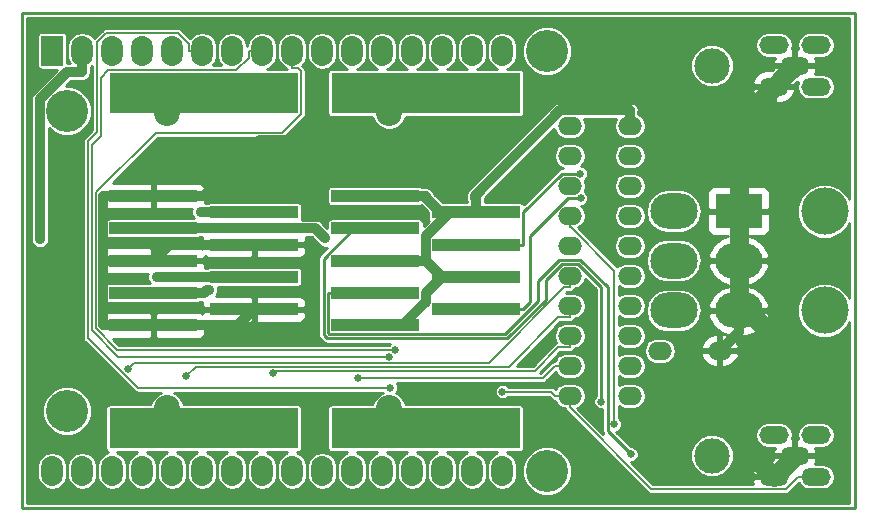
<source format=gtl>
G04 #@! TF.GenerationSoftware,KiCad,Pcbnew,6.0.0-rc1-unknown-ab92882~66~ubuntu18.04.1*
G04 #@! TF.CreationDate,2018-09-14T10:08:46-04:00*
G04 #@! TF.ProjectId,backlight_controller_3x2,6261636B6C696768745F636F6E74726F,1.0*
G04 #@! TF.SameCoordinates,Original*
G04 #@! TF.FileFunction,Copper,L1,Top,Signal*
G04 #@! TF.FilePolarity,Positive*
%FSLAX46Y46*%
G04 Gerber Fmt 4.6, Leading zero omitted, Abs format (unit mm)*
G04 Created by KiCad (PCBNEW 6.0.0-rc1-unknown-ab92882~66~ubuntu18.04.1) date Fri Sep 14 10:08:46 2018*
%MOMM*%
%LPD*%
G01*
G04 APERTURE LIST*
G04 #@! TA.AperFunction,NonConductor*
%ADD10C,0.228600*%
G04 #@! TD*
G04 #@! TA.AperFunction,ComponentPad*
%ADD11C,3.556000*%
G04 #@! TD*
G04 #@! TA.AperFunction,ComponentPad*
%ADD12O,1.854200X2.540000*%
G04 #@! TD*
G04 #@! TA.AperFunction,ComponentPad*
%ADD13R,1.854200X2.540000*%
G04 #@! TD*
G04 #@! TA.AperFunction,SMDPad,CuDef*
%ADD14R,7.480000X1.000000*%
G04 #@! TD*
G04 #@! TA.AperFunction,SMDPad,CuDef*
%ADD15R,16.000000X3.400000*%
G04 #@! TD*
G04 #@! TA.AperFunction,ComponentPad*
%ADD16C,2.200000*%
G04 #@! TD*
G04 #@! TA.AperFunction,ComponentPad*
%ADD17O,2.500000X1.500000*%
G04 #@! TD*
G04 #@! TA.AperFunction,ComponentPad*
%ADD18C,3.000000*%
G04 #@! TD*
G04 #@! TA.AperFunction,ComponentPad*
%ADD19O,2.032000X1.524000*%
G04 #@! TD*
G04 #@! TA.AperFunction,ComponentPad*
%ADD20C,4.000000*%
G04 #@! TD*
G04 #@! TA.AperFunction,ComponentPad*
%ADD21R,4.000000X3.000000*%
G04 #@! TD*
G04 #@! TA.AperFunction,ComponentPad*
%ADD22O,4.000000X3.000000*%
G04 #@! TD*
G04 #@! TA.AperFunction,ViaPad*
%ADD23C,0.889000*%
G04 #@! TD*
G04 #@! TA.AperFunction,ViaPad*
%ADD24C,0.635000*%
G04 #@! TD*
G04 #@! TA.AperFunction,Conductor*
%ADD25C,0.812800*%
G04 #@! TD*
G04 #@! TA.AperFunction,Conductor*
%ADD26C,1.625600*%
G04 #@! TD*
G04 #@! TA.AperFunction,Conductor*
%ADD27C,0.254000*%
G04 #@! TD*
G04 #@! TA.AperFunction,Conductor*
%ADD28C,0.203200*%
G04 #@! TD*
G04 APERTURE END LIST*
D10*
X156210000Y-67945000D02*
X85725000Y-67945000D01*
X156210000Y-109855000D02*
X156210000Y-67945000D01*
X85725000Y-109855000D02*
X156210000Y-109855000D01*
X85725000Y-67945000D02*
X85725000Y-109855000D01*
D11*
G04 #@! TO.P,MDB1,*
G04 #@! TO.N,*
X130175000Y-71120000D03*
X130175000Y-106680000D03*
X89535000Y-101600000D03*
X89535000Y-76200000D03*
D12*
G04 #@! TO.P,MDB1,AREF*
G04 #@! TO.N,N/C*
X88265000Y-106680000D03*
G04 #@! TO.P,MDB1,VEE*
G04 #@! TO.N,VEE*
X90805000Y-106680000D03*
G04 #@! TO.P,MDB1,AGND*
G04 #@! TO.N,N/C*
X93345000Y-106680000D03*
G04 #@! TO.P,MDB1,3V3*
X95885000Y-106680000D03*
G04 #@! TO.P,MDB1,23*
X98425000Y-106680000D03*
G04 #@! TO.P,MDB1,22*
X100965000Y-106680000D03*
G04 #@! TO.P,MDB1,21*
X103505000Y-106680000D03*
G04 #@! TO.P,MDB1,20*
X106045000Y-106680000D03*
G04 #@! TO.P,MDB1,19*
G04 #@! TO.N,/CHANNEL_9*
X108585000Y-106680000D03*
G04 #@! TO.P,MDB1,18*
G04 #@! TO.N,/CHANNEL_8*
X111125000Y-106680000D03*
G04 #@! TO.P,MDB1,17*
G04 #@! TO.N,/CHANNEL_7*
X113665000Y-106680000D03*
G04 #@! TO.P,MDB1,16*
G04 #@! TO.N,/CHANNEL_6*
X116205000Y-106680000D03*
G04 #@! TO.P,MDB1,15*
G04 #@! TO.N,/CHANNEL_5*
X118745000Y-106680000D03*
G04 #@! TO.P,MDB1,14*
G04 #@! TO.N,/CHANNEL_4*
X121285000Y-106680000D03*
G04 #@! TO.P,MDB1,13*
G04 #@! TO.N,N/C*
X123825000Y-106680000D03*
G04 #@! TO.P,MDB1,DAC*
X126365000Y-106680000D03*
G04 #@! TO.P,MDB1,28*
X126365000Y-71120000D03*
G04 #@! TO.P,MDB1,12*
X123825000Y-71120000D03*
G04 #@! TO.P,MDB1,11*
X121285000Y-71120000D03*
G04 #@! TO.P,MDB1,10*
X118745000Y-71120000D03*
G04 #@! TO.P,MDB1,9*
X116205000Y-71120000D03*
G04 #@! TO.P,MDB1,29*
X113665000Y-71120000D03*
G04 #@! TO.P,MDB1,30*
X111125000Y-71120000D03*
G04 #@! TO.P,MDB1,6*
G04 #@! TO.N,/CHANNEL_3*
X108585000Y-71120000D03*
G04 #@! TO.P,MDB1,5*
G04 #@! TO.N,/CHANNEL_2*
X106045000Y-71120000D03*
G04 #@! TO.P,MDB1,4*
G04 #@! TO.N,/CHANNEL_1*
X103505000Y-71120000D03*
G04 #@! TO.P,MDB1,3*
G04 #@! TO.N,/CHANNEL_0*
X100965000Y-71120000D03*
G04 #@! TO.P,MDB1,2*
G04 #@! TO.N,/~ENABLE*
X98425000Y-71120000D03*
G04 #@! TO.P,MDB1,25*
G04 #@! TO.N,N/C*
X95885000Y-71120000D03*
D13*
G04 #@! TO.P,MDB1,VDD*
G04 #@! TO.N,VDD*
X88265000Y-71120000D03*
D12*
G04 #@! TO.P,MDB1,24*
G04 #@! TO.N,N/C*
X93345000Y-71120000D03*
G04 #@! TO.P,MDB1,GND*
G04 #@! TO.N,GND*
X90805000Y-71120000D03*
G04 #@! TD*
D14*
G04 #@! TO.P,J1,6*
G04 #@! TO.N,/backlight_3x2/high_power_outputs/OUTPUT_2*
X105352000Y-84790000D03*
G04 #@! TO.P,J1,7*
G04 #@! TO.N,VAA*
X105352000Y-87530000D03*
G04 #@! TO.P,J1,8*
G04 #@! TO.N,/backlight_3x2/high_power_outputs/OUTPUT_3*
X105352000Y-90270000D03*
G04 #@! TO.P,J1,9*
G04 #@! TO.N,VAA*
X105352000Y-93010000D03*
G04 #@! TO.P,J1,1*
X96832000Y-83420000D03*
G04 #@! TO.P,J1,2*
G04 #@! TO.N,/backlight_3x2/high_power_outputs/OUTPUT_0*
X96832000Y-86160000D03*
G04 #@! TO.P,J1,3*
G04 #@! TO.N,VAA*
X96832000Y-88900000D03*
G04 #@! TO.P,J1,4*
G04 #@! TO.N,/backlight_3x2/high_power_outputs/OUTPUT_1*
X96832000Y-91640000D03*
G04 #@! TO.P,J1,5*
G04 #@! TO.N,VAA*
X96832000Y-94380000D03*
D15*
G04 #@! TO.P,J1,*
G04 #@! TO.N,*
X101092000Y-74700000D03*
X101092000Y-103100000D03*
D16*
X97992000Y-101400000D03*
X97992000Y-76400000D03*
G04 #@! TD*
D14*
G04 #@! TO.P,J2,9*
G04 #@! TO.N,GND*
X124148000Y-84790000D03*
G04 #@! TO.P,J2,8*
G04 #@! TO.N,/backlight_3x2/low_power_outputs/OUTPUT_3*
X124148000Y-87530000D03*
G04 #@! TO.P,J2,7*
G04 #@! TO.N,GND*
X124148000Y-90270000D03*
G04 #@! TO.P,J2,6*
G04 #@! TO.N,/backlight_3x2/low_power_outputs/OUTPUT_2*
X124148000Y-93010000D03*
G04 #@! TO.P,J2,5*
G04 #@! TO.N,GND*
X115628000Y-83420000D03*
G04 #@! TO.P,J2,4*
G04 #@! TO.N,/backlight_3x2/low_power_outputs/OUTPUT_1*
X115628000Y-86160000D03*
G04 #@! TO.P,J2,3*
G04 #@! TO.N,GND*
X115628000Y-88900000D03*
G04 #@! TO.P,J2,2*
G04 #@! TO.N,/backlight_3x2/low_power_outputs/OUTPUT_0*
X115628000Y-91640000D03*
G04 #@! TO.P,J2,1*
G04 #@! TO.N,GND*
X115628000Y-94380000D03*
D15*
G04 #@! TO.P,J2,*
G04 #@! TO.N,*
X119888000Y-74700000D03*
X119888000Y-103100000D03*
D16*
X116788000Y-101400000D03*
X116788000Y-76400000D03*
G04 #@! TD*
D17*
G04 #@! TO.P,J3,5*
G04 #@! TO.N,VAA*
X151130000Y-72390000D03*
G04 #@! TO.P,J3,1*
X149362200Y-74157800D03*
G04 #@! TO.P,J3,2*
G04 #@! TO.N,N/C*
X149362200Y-70622200D03*
G04 #@! TO.P,J3,3*
G04 #@! TO.N,GND*
X152897800Y-70622200D03*
G04 #@! TO.P,J3,4*
G04 #@! TO.N,/backlight_3x2/C_8*
X152897800Y-74157800D03*
D18*
G04 #@! TO.P,J3,*
G04 #@! TO.N,*
X144130000Y-72390000D03*
G04 #@! TD*
G04 #@! TO.P,J4,*
G04 #@! TO.N,*
X144130000Y-105410000D03*
D17*
G04 #@! TO.P,J4,4*
G04 #@! TO.N,/backlight_3x2/C_9*
X152897800Y-107177800D03*
G04 #@! TO.P,J4,3*
G04 #@! TO.N,GND*
X152897800Y-103642200D03*
G04 #@! TO.P,J4,2*
G04 #@! TO.N,N/C*
X149362200Y-103642200D03*
G04 #@! TO.P,J4,1*
G04 #@! TO.N,VAA*
X149362200Y-107177800D03*
G04 #@! TO.P,J4,5*
X151130000Y-105410000D03*
G04 #@! TD*
D19*
G04 #@! TO.P,L1,1*
G04 #@! TO.N,VAA*
X144780000Y-96520000D03*
G04 #@! TO.P,L1,2*
G04 #@! TO.N,GND*
X139700000Y-96520000D03*
G04 #@! TD*
G04 #@! TO.P,L2,2*
G04 #@! TO.N,GND*
X137160000Y-97790000D03*
G04 #@! TO.P,L2,1*
G04 #@! TO.N,/backlight_3x2/C_0*
X132080000Y-97790000D03*
G04 #@! TD*
G04 #@! TO.P,L3,1*
G04 #@! TO.N,/backlight_3x2/C_1*
X132080000Y-95250000D03*
G04 #@! TO.P,L3,2*
G04 #@! TO.N,GND*
X137160000Y-95250000D03*
G04 #@! TD*
G04 #@! TO.P,L4,2*
G04 #@! TO.N,GND*
X137160000Y-92710000D03*
G04 #@! TO.P,L4,1*
G04 #@! TO.N,/backlight_3x2/C_2*
X132080000Y-92710000D03*
G04 #@! TD*
G04 #@! TO.P,L5,1*
G04 #@! TO.N,/backlight_3x2/C_3*
X132080000Y-90170000D03*
G04 #@! TO.P,L5,2*
G04 #@! TO.N,GND*
X137160000Y-90170000D03*
G04 #@! TD*
G04 #@! TO.P,L6,2*
G04 #@! TO.N,GND*
X137160000Y-87630000D03*
G04 #@! TO.P,L6,1*
G04 #@! TO.N,/backlight_3x2/C_4*
X132080000Y-87630000D03*
G04 #@! TD*
G04 #@! TO.P,L7,2*
G04 #@! TO.N,GND*
X137160000Y-85090000D03*
G04 #@! TO.P,L7,1*
G04 #@! TO.N,/backlight_3x2/C_5*
X132080000Y-85090000D03*
G04 #@! TD*
G04 #@! TO.P,L8,1*
G04 #@! TO.N,/backlight_3x2/C_6*
X132080000Y-82550000D03*
G04 #@! TO.P,L8,2*
G04 #@! TO.N,GND*
X137160000Y-82550000D03*
G04 #@! TD*
G04 #@! TO.P,L9,1*
G04 #@! TO.N,/backlight_3x2/C_7*
X132080000Y-80010000D03*
G04 #@! TO.P,L9,2*
G04 #@! TO.N,GND*
X137160000Y-80010000D03*
G04 #@! TD*
G04 #@! TO.P,L10,1*
G04 #@! TO.N,/backlight_3x2/C_8*
X132080000Y-77470000D03*
G04 #@! TO.P,L10,2*
G04 #@! TO.N,GND*
X137160000Y-77470000D03*
G04 #@! TD*
G04 #@! TO.P,L11,2*
G04 #@! TO.N,GND*
X137160000Y-100330000D03*
G04 #@! TO.P,L11,1*
G04 #@! TO.N,/backlight_3x2/C_9*
X132080000Y-100330000D03*
G04 #@! TD*
D20*
G04 #@! TO.P,P1,*
G04 #@! TO.N,*
X153670000Y-84700000D03*
X153670000Y-93100000D03*
D21*
G04 #@! TO.P,P1,1*
G04 #@! TO.N,VAA*
X146370000Y-84700000D03*
D22*
G04 #@! TO.P,P1,2*
X146370000Y-88900000D03*
G04 #@! TO.P,P1,3*
X146370000Y-93100000D03*
G04 #@! TO.P,P1,4*
G04 #@! TO.N,GND*
X140870000Y-84700000D03*
G04 #@! TO.P,P1,5*
X140870000Y-88900000D03*
G04 #@! TO.P,P1,6*
X140870000Y-93100000D03*
G04 #@! TD*
D23*
G04 #@! TO.N,GND*
X124041300Y-83586900D03*
X87242800Y-87062100D03*
G04 #@! TO.N,VAA*
X108477700Y-78698400D03*
G04 #@! TO.N,/backlight_3x2/high_power_outputs/OUTPUT_0*
X111389400Y-87016200D03*
G04 #@! TO.N,/backlight_3x2/high_power_outputs/OUTPUT_1*
X101540100Y-91338800D03*
G04 #@! TO.N,/backlight_3x2/high_power_outputs/OUTPUT_2*
X100818100Y-84790000D03*
G04 #@! TO.N,/backlight_3x2/high_power_outputs/OUTPUT_3*
X97098200Y-90270000D03*
D24*
G04 #@! TO.N,/backlight_3x2/low_power_outputs/OUTPUT_3*
X132984400Y-81522600D03*
G04 #@! TO.N,/backlight_3x2/low_power_outputs/OUTPUT_2*
X133013900Y-83594000D03*
G04 #@! TO.N,/backlight_3x2/low_power_outputs/OUTPUT_1*
X134729500Y-100833800D03*
G04 #@! TO.N,/backlight_3x2/low_power_outputs/OUTPUT_0*
X137277400Y-105274600D03*
G04 #@! TO.N,/backlight_3x2/C_9*
X126361400Y-99986300D03*
G04 #@! TO.N,/backlight_3x2/C_0*
X114125600Y-98849200D03*
G04 #@! TO.N,/backlight_3x2/C_1*
X106930500Y-98391800D03*
G04 #@! TO.N,/backlight_3x2/C_2*
X99615800Y-98669700D03*
G04 #@! TO.N,/backlight_3x2/C_3*
X94690400Y-98077900D03*
G04 #@! TO.N,/backlight_3x2/C_5*
X135856800Y-102733900D03*
G04 #@! TO.N,/CHANNEL_3*
X117290400Y-96439400D03*
G04 #@! TO.N,/CHANNEL_2*
X116752000Y-97040700D03*
G04 #@! TO.N,/CHANNEL_0*
X116878400Y-99650300D03*
G04 #@! TD*
D25*
G04 #@! TO.N,GND*
X115628000Y-83420000D02*
X119901400Y-83420000D01*
X121519600Y-85199500D02*
X119901400Y-83581300D01*
X119901400Y-83581300D02*
X119901400Y-83420000D01*
X121519600Y-85199500D02*
X119899600Y-86819500D01*
X119899600Y-86819500D02*
X119899600Y-88900000D01*
X124148000Y-84790000D02*
X121929100Y-84790000D01*
X121929100Y-84790000D02*
X121519600Y-85199500D01*
X124041300Y-83586900D02*
X124148000Y-83693600D01*
X124148000Y-83693600D02*
X124148000Y-84790000D01*
X137160000Y-76174600D02*
X131253700Y-76174600D01*
X131253700Y-76174600D02*
X124041300Y-83387000D01*
X124041300Y-83387000D02*
X124041300Y-83586900D01*
X137160000Y-77470000D02*
X137160000Y-76174600D01*
X119899600Y-88900000D02*
X119901400Y-88900000D01*
X115628000Y-88900000D02*
X119899600Y-88900000D01*
X119901400Y-88900000D02*
X119901400Y-88901800D01*
X119901400Y-88901800D02*
X121269600Y-90270000D01*
X121269600Y-90270000D02*
X124148000Y-90270000D01*
X115628000Y-94380000D02*
X117851000Y-94380000D01*
X117851000Y-94380000D02*
X119876400Y-92354600D01*
X119876400Y-92354600D02*
X119876400Y-91663200D01*
X119876400Y-91663200D02*
X121269600Y-90270000D01*
X90805000Y-71120000D02*
X90805000Y-72923400D01*
X90805000Y-72923400D02*
X89519600Y-72923400D01*
X89519600Y-72923400D02*
X87242800Y-75200200D01*
X87242800Y-75200200D02*
X87242800Y-87062100D01*
G04 #@! TO.N,VAA*
X146370000Y-77433200D02*
X144196600Y-75259800D01*
X144196600Y-75259800D02*
X130772200Y-75259800D01*
X130772200Y-75259800D02*
X127333600Y-78698400D01*
X127333600Y-78698400D02*
X108477700Y-78698400D01*
D26*
X146370000Y-77433200D02*
X146370000Y-77150000D01*
X146370000Y-77150000D02*
X149362000Y-74157800D01*
X149362000Y-74157800D02*
X150246000Y-73273900D01*
X146370000Y-84700000D02*
X146370000Y-77433200D01*
D25*
X101105400Y-83420000D02*
X105827000Y-78698400D01*
X105827000Y-78698400D02*
X108477700Y-78698400D01*
X96832000Y-83420000D02*
X101105400Y-83420000D01*
X105352000Y-87530000D02*
X98202000Y-87530000D01*
X98202000Y-87530000D02*
X96832000Y-88900000D01*
X150246000Y-73273900D02*
X149362200Y-74157700D01*
X149362200Y-74157700D02*
X149362200Y-74157800D01*
D26*
X150246000Y-73273900D02*
X151130000Y-72390000D01*
D25*
X96832000Y-94380000D02*
X92558600Y-94380000D01*
X92558600Y-94380000D02*
X92558600Y-88900000D01*
X105352000Y-93010000D02*
X103982000Y-94380000D01*
X103982000Y-94380000D02*
X96832000Y-94380000D01*
X96832000Y-88900000D02*
X92558600Y-88900000D01*
X96832000Y-83420000D02*
X92558600Y-83420000D01*
X92558600Y-83420000D02*
X92558600Y-88900000D01*
D26*
X146370000Y-88900000D02*
X146370000Y-93100000D01*
X146370000Y-84700000D02*
X146370000Y-88900000D01*
X149362200Y-107177800D02*
X151130000Y-105410000D01*
D25*
X146370000Y-93100000D02*
X146370000Y-94930000D01*
X146370000Y-94930000D02*
X144780000Y-96520000D01*
D26*
X146370000Y-93100000D02*
X147075000Y-93100000D01*
X147075000Y-93100000D02*
X149860000Y-95885000D01*
X149860000Y-95885000D02*
X149860000Y-99695000D01*
X149860000Y-99695000D02*
X146697000Y-102858000D01*
X146697000Y-102858000D02*
X146697000Y-104512000D01*
X146697000Y-104512000D02*
X149362000Y-107178000D01*
X149362000Y-107178000D02*
X149362200Y-107177800D01*
D25*
G04 #@! TO.N,/backlight_3x2/high_power_outputs/OUTPUT_0*
X96832000Y-86160000D02*
X110533200Y-86160000D01*
X110533200Y-86160000D02*
X111389400Y-87016200D01*
G04 #@! TO.N,/backlight_3x2/high_power_outputs/OUTPUT_1*
X96832000Y-91640000D02*
X101105400Y-91640000D01*
X101105400Y-91640000D02*
X101406600Y-91338800D01*
X101406600Y-91338800D02*
X101540100Y-91338800D01*
G04 #@! TO.N,/backlight_3x2/high_power_outputs/OUTPUT_2*
X105352000Y-84790000D02*
X100818100Y-84790000D01*
G04 #@! TO.N,/backlight_3x2/high_power_outputs/OUTPUT_3*
X105352000Y-90270000D02*
X97098200Y-90270000D01*
D27*
G04 #@! TO.N,/backlight_3x2/low_power_outputs/OUTPUT_3*
X124148000Y-87530000D02*
X128142000Y-87530000D01*
X128142000Y-87530000D02*
X128142000Y-84816300D01*
X128142000Y-84816300D02*
X131435700Y-81522600D01*
X131435700Y-81522600D02*
X132984400Y-81522600D01*
G04 #@! TO.N,/backlight_3x2/low_power_outputs/OUTPUT_2*
X124148000Y-93010000D02*
X128142000Y-93010000D01*
X128142000Y-93010000D02*
X128726800Y-92425200D01*
X128726800Y-92425200D02*
X128726800Y-86772100D01*
X128726800Y-86772100D02*
X131904900Y-83594000D01*
X131904900Y-83594000D02*
X133013900Y-83594000D01*
G04 #@! TO.N,/backlight_3x2/low_power_outputs/OUTPUT_1*
X115628000Y-86160000D02*
X113789900Y-86160000D01*
X113789900Y-86160000D02*
X111235100Y-88714800D01*
X111235100Y-88714800D02*
X111235100Y-95187600D01*
X111235100Y-95187600D02*
X111512500Y-95465000D01*
X111512500Y-95465000D02*
X126785200Y-95465000D01*
X126785200Y-95465000D02*
X130041600Y-92208600D01*
X130041600Y-92208600D02*
X130041600Y-90542200D01*
X130041600Y-90542200D02*
X131408800Y-89175000D01*
X131408800Y-89175000D02*
X132814100Y-89175000D01*
X132814100Y-89175000D02*
X134729500Y-91090400D01*
X134729500Y-91090400D02*
X134729500Y-100833800D01*
G04 #@! TO.N,/backlight_3x2/low_power_outputs/OUTPUT_0*
X111634000Y-91640000D02*
X111634000Y-95006500D01*
X111634000Y-95006500D02*
X111736500Y-95109000D01*
X111736500Y-95109000D02*
X126637700Y-95109000D01*
X126637700Y-95109000D02*
X129399500Y-92347200D01*
X129399500Y-92347200D02*
X129399500Y-90608500D01*
X129399500Y-90608500D02*
X131189000Y-88819000D01*
X131189000Y-88819000D02*
X132961600Y-88819000D01*
X132961600Y-88819000D02*
X135310400Y-91167800D01*
X135310400Y-91167800D02*
X135310400Y-103307600D01*
X135310400Y-103307600D02*
X137277400Y-105274600D01*
X115628000Y-91640000D02*
X111634000Y-91640000D01*
D28*
G04 #@! TO.N,/backlight_3x2/C_9*
X132080000Y-100330000D02*
X130835400Y-100330000D01*
X126361400Y-99986300D02*
X130491700Y-99986300D01*
X130491700Y-99986300D02*
X130835400Y-100330000D01*
X132080000Y-101320600D02*
X138973500Y-108214100D01*
X138973500Y-108214100D02*
X150382900Y-108214100D01*
X150382900Y-108214100D02*
X151419200Y-107177800D01*
X132080000Y-100330000D02*
X132080000Y-101320600D01*
X152897800Y-107177800D02*
X151419200Y-107177800D01*
G04 #@! TO.N,/backlight_3x2/C_0*
X130835400Y-97790000D02*
X129776200Y-98849200D01*
X129776200Y-98849200D02*
X114125600Y-98849200D01*
X132080000Y-97790000D02*
X130835400Y-97790000D01*
G04 #@! TO.N,/backlight_3x2/C_1*
X132080000Y-96240600D02*
X131089400Y-96240600D01*
X131089400Y-96240600D02*
X129113400Y-98216600D01*
X129113400Y-98216600D02*
X107105700Y-98216600D01*
X107105700Y-98216600D02*
X106930500Y-98391800D01*
X132080000Y-95250000D02*
X132080000Y-96240600D01*
G04 #@! TO.N,/backlight_3x2/C_2*
X132080000Y-92710000D02*
X132080000Y-93700600D01*
X132080000Y-93700600D02*
X131089400Y-93700600D01*
X131089400Y-93700600D02*
X126919300Y-97870700D01*
X126919300Y-97870700D02*
X100414800Y-97870700D01*
X100414800Y-97870700D02*
X99615800Y-98669700D01*
G04 #@! TO.N,/backlight_3x2/C_3*
X132080000Y-91160600D02*
X131631200Y-91160600D01*
X131631200Y-91160600D02*
X125227800Y-97564000D01*
X125227800Y-97564000D02*
X95204300Y-97564000D01*
X95204300Y-97564000D02*
X94690400Y-98077900D01*
X132080000Y-90170000D02*
X132080000Y-91160600D01*
G04 #@! TO.N,/backlight_3x2/C_5*
X132080000Y-85090000D02*
X132080000Y-86080600D01*
X132080000Y-86080600D02*
X132203800Y-86080600D01*
X132203800Y-86080600D02*
X135856800Y-89733600D01*
X135856800Y-89733600D02*
X135856800Y-102733900D01*
G04 #@! TO.N,/CHANNEL_3*
X108585000Y-72618600D02*
X109063900Y-72618600D01*
X109063900Y-72618600D02*
X109295600Y-72850300D01*
X109295600Y-72850300D02*
X109295600Y-76506100D01*
X109295600Y-76506100D02*
X107751400Y-78050300D01*
X107751400Y-78050300D02*
X97015000Y-78050300D01*
X97015000Y-78050300D02*
X91941700Y-83123600D01*
X91941700Y-83123600D02*
X91941700Y-94629000D01*
X91941700Y-94629000D02*
X93752100Y-96439400D01*
X93752100Y-96439400D02*
X117290400Y-96439400D01*
X108585000Y-71120000D02*
X108585000Y-72618600D01*
G04 #@! TO.N,/CHANNEL_2*
X104889300Y-71120000D02*
X104889300Y-71736300D01*
X104889300Y-71736300D02*
X103829200Y-72796400D01*
X103829200Y-72796400D02*
X92988400Y-72796400D01*
X92988400Y-72796400D02*
X92380200Y-73404600D01*
X92380200Y-73404600D02*
X92380200Y-78357100D01*
X92380200Y-78357100D02*
X91612800Y-79124500D01*
X91612800Y-79124500D02*
X91612800Y-94789500D01*
X91612800Y-94789500D02*
X93864000Y-97040700D01*
X93864000Y-97040700D02*
X116752000Y-97040700D01*
X106045000Y-71120000D02*
X104889300Y-71120000D01*
G04 #@! TO.N,/CHANNEL_0*
X99809300Y-71120000D02*
X99809300Y-70542200D01*
X99809300Y-70542200D02*
X98884900Y-69617800D01*
X98884900Y-69617800D02*
X92858800Y-69617800D01*
X92858800Y-69617800D02*
X92075000Y-70401600D01*
X92075000Y-70401600D02*
X92075000Y-78015100D01*
X92075000Y-78015100D02*
X91307700Y-78782400D01*
X91307700Y-78782400D02*
X91307700Y-95432000D01*
X91307700Y-95432000D02*
X95526000Y-99650300D01*
X95526000Y-99650300D02*
X116878400Y-99650300D01*
X100965000Y-71120000D02*
X99809300Y-71120000D01*
G04 #@! TD*
D27*
G04 #@! TO.N,VAA*
G36*
X155765501Y-83669880D02*
X155645448Y-83380048D01*
X154989952Y-82724552D01*
X154133506Y-82369800D01*
X153206494Y-82369800D01*
X152350048Y-82724552D01*
X151694552Y-83380048D01*
X151339800Y-84236494D01*
X151339800Y-85163506D01*
X151694552Y-86019952D01*
X152350048Y-86675448D01*
X153206494Y-87030200D01*
X154133506Y-87030200D01*
X154989952Y-86675448D01*
X155645448Y-86019952D01*
X155765501Y-85730120D01*
X155765500Y-92069880D01*
X155645448Y-91780048D01*
X154989952Y-91124552D01*
X154133506Y-90769800D01*
X153206494Y-90769800D01*
X152350048Y-91124552D01*
X151694552Y-91780048D01*
X151339800Y-92636494D01*
X151339800Y-93563506D01*
X151694552Y-94419952D01*
X152350048Y-95075448D01*
X153206494Y-95430200D01*
X154133506Y-95430200D01*
X154989952Y-95075448D01*
X155645448Y-94419952D01*
X155765500Y-94130120D01*
X155765500Y-109410500D01*
X86169500Y-109410500D01*
X86169500Y-106213272D01*
X87007700Y-106213272D01*
X87007700Y-107146729D01*
X87080650Y-107513474D01*
X87358539Y-107929362D01*
X87774427Y-108207250D01*
X88265000Y-108304831D01*
X88755574Y-108207250D01*
X89171462Y-107929362D01*
X89449350Y-107513474D01*
X89522300Y-107146728D01*
X89522300Y-106213272D01*
X89547700Y-106213272D01*
X89547700Y-107146729D01*
X89620650Y-107513474D01*
X89898539Y-107929362D01*
X90314427Y-108207250D01*
X90805000Y-108304831D01*
X91295574Y-108207250D01*
X91711462Y-107929362D01*
X91989350Y-107513474D01*
X92062300Y-107146728D01*
X92062300Y-106213271D01*
X91989350Y-105846526D01*
X91711462Y-105430638D01*
X91295573Y-105152750D01*
X90805000Y-105055169D01*
X90314426Y-105152750D01*
X89898538Y-105430638D01*
X89620650Y-105846527D01*
X89547700Y-106213272D01*
X89522300Y-106213272D01*
X89522300Y-106213271D01*
X89449350Y-105846526D01*
X89171462Y-105430638D01*
X88755573Y-105152750D01*
X88265000Y-105055169D01*
X87774426Y-105152750D01*
X87358538Y-105430638D01*
X87080650Y-105846527D01*
X87007700Y-106213272D01*
X86169500Y-106213272D01*
X86169500Y-101180653D01*
X87426800Y-101180653D01*
X87426800Y-102019347D01*
X87747754Y-102794199D01*
X88340801Y-103387246D01*
X89115653Y-103708200D01*
X89954347Y-103708200D01*
X90729199Y-103387246D01*
X91322246Y-102794199D01*
X91643200Y-102019347D01*
X91643200Y-101180653D01*
X91322246Y-100405801D01*
X90729199Y-99812754D01*
X89954347Y-99491800D01*
X89115653Y-99491800D01*
X88340801Y-99812754D01*
X87747754Y-100405801D01*
X87426800Y-101180653D01*
X86169500Y-101180653D01*
X86169500Y-86908003D01*
X86468100Y-86908003D01*
X86468100Y-87216197D01*
X86586041Y-87500932D01*
X86803968Y-87718859D01*
X87088703Y-87836800D01*
X87396897Y-87836800D01*
X87681632Y-87718859D01*
X87899559Y-87500932D01*
X88017500Y-87216197D01*
X88017500Y-86908003D01*
X87979400Y-86816021D01*
X87979400Y-77625845D01*
X88340801Y-77987246D01*
X89115653Y-78308200D01*
X89954347Y-78308200D01*
X90729199Y-77987246D01*
X91322246Y-77394199D01*
X91643200Y-76619347D01*
X91643200Y-75780653D01*
X91322246Y-75005801D01*
X90729199Y-74412754D01*
X89954347Y-74091800D01*
X89392909Y-74091800D01*
X89824709Y-73660000D01*
X90732456Y-73660000D01*
X90805000Y-73674430D01*
X90877544Y-73660000D01*
X91092407Y-73617261D01*
X91336058Y-73454458D01*
X91498861Y-73210807D01*
X91556030Y-72923400D01*
X91541600Y-72850856D01*
X91541600Y-72482860D01*
X91643200Y-72414973D01*
X91643201Y-77836241D01*
X91032442Y-78447001D01*
X90996390Y-78471090D01*
X90900954Y-78613921D01*
X90875900Y-78739875D01*
X90875900Y-78739878D01*
X90867442Y-78782400D01*
X90875900Y-78824922D01*
X90875901Y-95389473D01*
X90867442Y-95432000D01*
X90900954Y-95600479D01*
X90972301Y-95707258D01*
X90972303Y-95707260D01*
X90996391Y-95743310D01*
X91032441Y-95767398D01*
X95190602Y-99925560D01*
X95214690Y-99961610D01*
X95250740Y-99985698D01*
X95250741Y-99985699D01*
X95297874Y-100017192D01*
X95357520Y-100057046D01*
X95483474Y-100082100D01*
X95483477Y-100082100D01*
X95525999Y-100090558D01*
X95568521Y-100082100D01*
X97436400Y-100082100D01*
X97181857Y-100187535D01*
X96779535Y-100589857D01*
X96583416Y-101063331D01*
X93092000Y-101063331D01*
X92963162Y-101088958D01*
X92853939Y-101161939D01*
X92780958Y-101271162D01*
X92755331Y-101400000D01*
X92755331Y-104800000D01*
X92780958Y-104928838D01*
X92853939Y-105038061D01*
X92963162Y-105111042D01*
X93013635Y-105121081D01*
X92854426Y-105152750D01*
X92438538Y-105430638D01*
X92160650Y-105846527D01*
X92087700Y-106213272D01*
X92087700Y-107146729D01*
X92160650Y-107513474D01*
X92438539Y-107929362D01*
X92854427Y-108207250D01*
X93345000Y-108304831D01*
X93835574Y-108207250D01*
X94251462Y-107929362D01*
X94529350Y-107513474D01*
X94602300Y-107146728D01*
X94602300Y-106213271D01*
X94529350Y-105846526D01*
X94251462Y-105430638D01*
X93835573Y-105152750D01*
X93754728Y-105136669D01*
X95475271Y-105136669D01*
X95394426Y-105152750D01*
X94978538Y-105430638D01*
X94700650Y-105846527D01*
X94627700Y-106213272D01*
X94627700Y-107146729D01*
X94700650Y-107513474D01*
X94978539Y-107929362D01*
X95394427Y-108207250D01*
X95885000Y-108304831D01*
X96375574Y-108207250D01*
X96791462Y-107929362D01*
X97069350Y-107513474D01*
X97142300Y-107146728D01*
X97142300Y-106213271D01*
X97069350Y-105846526D01*
X96791462Y-105430638D01*
X96375573Y-105152750D01*
X96294728Y-105136669D01*
X98015271Y-105136669D01*
X97934426Y-105152750D01*
X97518538Y-105430638D01*
X97240650Y-105846527D01*
X97167700Y-106213272D01*
X97167700Y-107146729D01*
X97240650Y-107513474D01*
X97518539Y-107929362D01*
X97934427Y-108207250D01*
X98425000Y-108304831D01*
X98915574Y-108207250D01*
X99331462Y-107929362D01*
X99609350Y-107513474D01*
X99682300Y-107146728D01*
X99682300Y-106213271D01*
X99609350Y-105846526D01*
X99331462Y-105430638D01*
X98915573Y-105152750D01*
X98834728Y-105136669D01*
X100555271Y-105136669D01*
X100474426Y-105152750D01*
X100058538Y-105430638D01*
X99780650Y-105846527D01*
X99707700Y-106213272D01*
X99707700Y-107146729D01*
X99780650Y-107513474D01*
X100058539Y-107929362D01*
X100474427Y-108207250D01*
X100965000Y-108304831D01*
X101455574Y-108207250D01*
X101871462Y-107929362D01*
X102149350Y-107513474D01*
X102222300Y-107146728D01*
X102222300Y-106213271D01*
X102149350Y-105846526D01*
X101871462Y-105430638D01*
X101455573Y-105152750D01*
X101374728Y-105136669D01*
X103095271Y-105136669D01*
X103014426Y-105152750D01*
X102598538Y-105430638D01*
X102320650Y-105846527D01*
X102247700Y-106213272D01*
X102247700Y-107146729D01*
X102320650Y-107513474D01*
X102598539Y-107929362D01*
X103014427Y-108207250D01*
X103505000Y-108304831D01*
X103995574Y-108207250D01*
X104411462Y-107929362D01*
X104689350Y-107513474D01*
X104762300Y-107146728D01*
X104762300Y-106213271D01*
X104689350Y-105846526D01*
X104411462Y-105430638D01*
X103995573Y-105152750D01*
X103914728Y-105136669D01*
X105635271Y-105136669D01*
X105554426Y-105152750D01*
X105138538Y-105430638D01*
X104860650Y-105846527D01*
X104787700Y-106213272D01*
X104787700Y-107146729D01*
X104860650Y-107513474D01*
X105138539Y-107929362D01*
X105554427Y-108207250D01*
X106045000Y-108304831D01*
X106535574Y-108207250D01*
X106951462Y-107929362D01*
X107229350Y-107513474D01*
X107302300Y-107146728D01*
X107302300Y-106213271D01*
X107229350Y-105846526D01*
X106951462Y-105430638D01*
X106535573Y-105152750D01*
X106454728Y-105136669D01*
X108175271Y-105136669D01*
X108094426Y-105152750D01*
X107678538Y-105430638D01*
X107400650Y-105846527D01*
X107327700Y-106213272D01*
X107327700Y-107146729D01*
X107400650Y-107513474D01*
X107678539Y-107929362D01*
X108094427Y-108207250D01*
X108585000Y-108304831D01*
X109075574Y-108207250D01*
X109491462Y-107929362D01*
X109769350Y-107513474D01*
X109842300Y-107146728D01*
X109842300Y-106213272D01*
X109867700Y-106213272D01*
X109867700Y-107146729D01*
X109940650Y-107513474D01*
X110218539Y-107929362D01*
X110634427Y-108207250D01*
X111125000Y-108304831D01*
X111615574Y-108207250D01*
X112031462Y-107929362D01*
X112309350Y-107513474D01*
X112382300Y-107146728D01*
X112382300Y-106213271D01*
X112309350Y-105846526D01*
X112031462Y-105430638D01*
X111615573Y-105152750D01*
X111125000Y-105055169D01*
X110634426Y-105152750D01*
X110218538Y-105430638D01*
X109940650Y-105846527D01*
X109867700Y-106213272D01*
X109842300Y-106213272D01*
X109842300Y-106213271D01*
X109769350Y-105846526D01*
X109491462Y-105430638D01*
X109075573Y-105152750D01*
X108994728Y-105136669D01*
X109092000Y-105136669D01*
X109220838Y-105111042D01*
X109330061Y-105038061D01*
X109403042Y-104928838D01*
X109428669Y-104800000D01*
X109428669Y-101400000D01*
X109403042Y-101271162D01*
X109330061Y-101161939D01*
X109220838Y-101088958D01*
X109092000Y-101063331D01*
X99400584Y-101063331D01*
X99204465Y-100589857D01*
X98802143Y-100187535D01*
X98547600Y-100082100D01*
X116232400Y-100082100D01*
X115977857Y-100187535D01*
X115575535Y-100589857D01*
X115379416Y-101063331D01*
X111888000Y-101063331D01*
X111759162Y-101088958D01*
X111649939Y-101161939D01*
X111576958Y-101271162D01*
X111551331Y-101400000D01*
X111551331Y-104800000D01*
X111576958Y-104928838D01*
X111649939Y-105038061D01*
X111759162Y-105111042D01*
X111888000Y-105136669D01*
X113255271Y-105136669D01*
X113174426Y-105152750D01*
X112758538Y-105430638D01*
X112480650Y-105846527D01*
X112407700Y-106213272D01*
X112407700Y-107146729D01*
X112480650Y-107513474D01*
X112758539Y-107929362D01*
X113174427Y-108207250D01*
X113665000Y-108304831D01*
X114155574Y-108207250D01*
X114571462Y-107929362D01*
X114849350Y-107513474D01*
X114922300Y-107146728D01*
X114922300Y-106213271D01*
X114849350Y-105846526D01*
X114571462Y-105430638D01*
X114155573Y-105152750D01*
X114074728Y-105136669D01*
X115795271Y-105136669D01*
X115714426Y-105152750D01*
X115298538Y-105430638D01*
X115020650Y-105846527D01*
X114947700Y-106213272D01*
X114947700Y-107146729D01*
X115020650Y-107513474D01*
X115298539Y-107929362D01*
X115714427Y-108207250D01*
X116205000Y-108304831D01*
X116695574Y-108207250D01*
X117111462Y-107929362D01*
X117389350Y-107513474D01*
X117462300Y-107146728D01*
X117462300Y-106213271D01*
X117389350Y-105846526D01*
X117111462Y-105430638D01*
X116695573Y-105152750D01*
X116614728Y-105136669D01*
X118335271Y-105136669D01*
X118254426Y-105152750D01*
X117838538Y-105430638D01*
X117560650Y-105846527D01*
X117487700Y-106213272D01*
X117487700Y-107146729D01*
X117560650Y-107513474D01*
X117838539Y-107929362D01*
X118254427Y-108207250D01*
X118745000Y-108304831D01*
X119235574Y-108207250D01*
X119651462Y-107929362D01*
X119929350Y-107513474D01*
X120002300Y-107146728D01*
X120002300Y-106213271D01*
X119929350Y-105846526D01*
X119651462Y-105430638D01*
X119235573Y-105152750D01*
X119154728Y-105136669D01*
X120875271Y-105136669D01*
X120794426Y-105152750D01*
X120378538Y-105430638D01*
X120100650Y-105846527D01*
X120027700Y-106213272D01*
X120027700Y-107146729D01*
X120100650Y-107513474D01*
X120378539Y-107929362D01*
X120794427Y-108207250D01*
X121285000Y-108304831D01*
X121775574Y-108207250D01*
X122191462Y-107929362D01*
X122469350Y-107513474D01*
X122542300Y-107146728D01*
X122542300Y-106213271D01*
X122469350Y-105846526D01*
X122191462Y-105430638D01*
X121775573Y-105152750D01*
X121694728Y-105136669D01*
X123415271Y-105136669D01*
X123334426Y-105152750D01*
X122918538Y-105430638D01*
X122640650Y-105846527D01*
X122567700Y-106213272D01*
X122567700Y-107146729D01*
X122640650Y-107513474D01*
X122918539Y-107929362D01*
X123334427Y-108207250D01*
X123825000Y-108304831D01*
X124315574Y-108207250D01*
X124731462Y-107929362D01*
X125009350Y-107513474D01*
X125082300Y-107146728D01*
X125082300Y-106213271D01*
X125009350Y-105846526D01*
X124731462Y-105430638D01*
X124315573Y-105152750D01*
X124234728Y-105136669D01*
X125955271Y-105136669D01*
X125874426Y-105152750D01*
X125458538Y-105430638D01*
X125180650Y-105846527D01*
X125107700Y-106213272D01*
X125107700Y-107146729D01*
X125180650Y-107513474D01*
X125458539Y-107929362D01*
X125874427Y-108207250D01*
X126365000Y-108304831D01*
X126855574Y-108207250D01*
X127271462Y-107929362D01*
X127549350Y-107513474D01*
X127622300Y-107146728D01*
X127622300Y-106260653D01*
X128066800Y-106260653D01*
X128066800Y-107099347D01*
X128387754Y-107874199D01*
X128980801Y-108467246D01*
X129755653Y-108788200D01*
X130594347Y-108788200D01*
X131369199Y-108467246D01*
X131962246Y-107874199D01*
X132283200Y-107099347D01*
X132283200Y-106260653D01*
X131962246Y-105485801D01*
X131369199Y-104892754D01*
X130594347Y-104571800D01*
X129755653Y-104571800D01*
X128980801Y-104892754D01*
X128387754Y-105485801D01*
X128066800Y-106260653D01*
X127622300Y-106260653D01*
X127622300Y-106213271D01*
X127549350Y-105846526D01*
X127271462Y-105430638D01*
X126855573Y-105152750D01*
X126774728Y-105136669D01*
X127888000Y-105136669D01*
X128016838Y-105111042D01*
X128126061Y-105038061D01*
X128199042Y-104928838D01*
X128224669Y-104800000D01*
X128224669Y-101400000D01*
X128199042Y-101271162D01*
X128126061Y-101161939D01*
X128016838Y-101088958D01*
X127888000Y-101063331D01*
X118196584Y-101063331D01*
X118000465Y-100589857D01*
X117598143Y-100187535D01*
X117357025Y-100087660D01*
X117427493Y-100017192D01*
X117526100Y-99779136D01*
X117526100Y-99521464D01*
X117427493Y-99283408D01*
X117425085Y-99281000D01*
X129733678Y-99281000D01*
X129776200Y-99289458D01*
X129818722Y-99281000D01*
X129818726Y-99281000D01*
X129944680Y-99255946D01*
X130087510Y-99160510D01*
X130111599Y-99124458D01*
X130886385Y-98349673D01*
X131038568Y-98577432D01*
X131399845Y-98818829D01*
X131718431Y-98882200D01*
X132441569Y-98882200D01*
X132760155Y-98818829D01*
X133121432Y-98577432D01*
X133362829Y-98216155D01*
X133447597Y-97790000D01*
X133362829Y-97363845D01*
X133121432Y-97002568D01*
X132760155Y-96761171D01*
X132441569Y-96697800D01*
X131718431Y-96697800D01*
X131399845Y-96761171D01*
X131038568Y-97002568D01*
X130802179Y-97356350D01*
X130792877Y-97358200D01*
X130792874Y-97358200D01*
X130666920Y-97383254D01*
X130560141Y-97454601D01*
X130560140Y-97454602D01*
X130524090Y-97478690D01*
X130500002Y-97514740D01*
X129597343Y-98417400D01*
X129523257Y-98417400D01*
X131268258Y-96672400D01*
X132037474Y-96672400D01*
X132080000Y-96680859D01*
X132248480Y-96647346D01*
X132391310Y-96551910D01*
X132486746Y-96409080D01*
X132502459Y-96330088D01*
X132760155Y-96278829D01*
X133121432Y-96037432D01*
X133362829Y-95676155D01*
X133447597Y-95250000D01*
X133362829Y-94823845D01*
X133121432Y-94462568D01*
X132760155Y-94221171D01*
X132441569Y-94157800D01*
X131718431Y-94157800D01*
X131399845Y-94221171D01*
X131038568Y-94462568D01*
X130797171Y-94823845D01*
X130712403Y-95250000D01*
X130797171Y-95676155D01*
X130908214Y-95842344D01*
X130814141Y-95905201D01*
X130814140Y-95905202D01*
X130778090Y-95929290D01*
X130754002Y-95965340D01*
X128934543Y-97784800D01*
X127615857Y-97784800D01*
X131268258Y-94132400D01*
X132037474Y-94132400D01*
X132080000Y-94140859D01*
X132248480Y-94107346D01*
X132391310Y-94011910D01*
X132486746Y-93869080D01*
X132502459Y-93790088D01*
X132760155Y-93738829D01*
X133121432Y-93497432D01*
X133362829Y-93136155D01*
X133447597Y-92710000D01*
X133362829Y-92283845D01*
X133121432Y-91922568D01*
X132760155Y-91681171D01*
X132441569Y-91617800D01*
X131784658Y-91617800D01*
X131810058Y-91592400D01*
X132037474Y-91592400D01*
X132080000Y-91600859D01*
X132248480Y-91567346D01*
X132391310Y-91471910D01*
X132486746Y-91329080D01*
X132502459Y-91250088D01*
X132760155Y-91198829D01*
X133121432Y-90957432D01*
X133362829Y-90596155D01*
X133400300Y-90407778D01*
X134272300Y-91279778D01*
X134272301Y-100375014D01*
X134180407Y-100466908D01*
X134081800Y-100704964D01*
X134081800Y-100962636D01*
X134180407Y-101200692D01*
X134362608Y-101382893D01*
X134600664Y-101481500D01*
X134853201Y-101481500D01*
X134853201Y-103262565D01*
X134844243Y-103307600D01*
X134879727Y-103485990D01*
X134879728Y-103485991D01*
X134927412Y-103557355D01*
X132734074Y-101364017D01*
X132760155Y-101358829D01*
X133121432Y-101117432D01*
X133362829Y-100756155D01*
X133447597Y-100330000D01*
X133362829Y-99903845D01*
X133121432Y-99542568D01*
X132760155Y-99301171D01*
X132441569Y-99237800D01*
X131718431Y-99237800D01*
X131399845Y-99301171D01*
X131038568Y-99542568D01*
X130886384Y-99770327D01*
X130827100Y-99711043D01*
X130803010Y-99674990D01*
X130660180Y-99579554D01*
X130534226Y-99554500D01*
X130534222Y-99554500D01*
X130491700Y-99546042D01*
X130449178Y-99554500D01*
X126845585Y-99554500D01*
X126728292Y-99437207D01*
X126490236Y-99338600D01*
X126232564Y-99338600D01*
X125994508Y-99437207D01*
X125812307Y-99619408D01*
X125713700Y-99857464D01*
X125713700Y-100115136D01*
X125812307Y-100353192D01*
X125994508Y-100535393D01*
X126232564Y-100634000D01*
X126490236Y-100634000D01*
X126728292Y-100535393D01*
X126845585Y-100418100D01*
X130312843Y-100418100D01*
X130500000Y-100605257D01*
X130524090Y-100641310D01*
X130666920Y-100736746D01*
X130792874Y-100761800D01*
X130792877Y-100761800D01*
X130802179Y-100763650D01*
X131038568Y-101117432D01*
X131399845Y-101358829D01*
X131657542Y-101410088D01*
X131673254Y-101489079D01*
X131744601Y-101595858D01*
X131744603Y-101595860D01*
X131768691Y-101631910D01*
X131804741Y-101655998D01*
X138638100Y-108489357D01*
X138662190Y-108525410D01*
X138805020Y-108620846D01*
X138930974Y-108645900D01*
X138930977Y-108645900D01*
X138973499Y-108654358D01*
X139016021Y-108645900D01*
X150340378Y-108645900D01*
X150382900Y-108654358D01*
X150425422Y-108645900D01*
X150425426Y-108645900D01*
X150551380Y-108620846D01*
X150694210Y-108525410D01*
X150718300Y-108489357D01*
X151471642Y-107736015D01*
X151619019Y-107956581D01*
X151976327Y-108195326D01*
X152291411Y-108258000D01*
X153504189Y-108258000D01*
X153819273Y-108195326D01*
X154176581Y-107956581D01*
X154415326Y-107599273D01*
X154499162Y-107177800D01*
X154415326Y-106756327D01*
X154176581Y-106399019D01*
X153819273Y-106160274D01*
X153504189Y-106097600D01*
X152808839Y-106097600D01*
X152958173Y-105822684D01*
X152972318Y-105751185D01*
X152849656Y-105537000D01*
X151257000Y-105537000D01*
X151257000Y-105557000D01*
X151003000Y-105557000D01*
X151003000Y-105537000D01*
X149410344Y-105537000D01*
X149287682Y-105751185D01*
X149295915Y-105792800D01*
X148735200Y-105792800D01*
X148214851Y-105946828D01*
X147793055Y-106288260D01*
X147534027Y-106765116D01*
X147519882Y-106836615D01*
X147642544Y-107050800D01*
X149235200Y-107050800D01*
X149235200Y-107030800D01*
X149489200Y-107030800D01*
X149489200Y-107050800D01*
X149509200Y-107050800D01*
X149509200Y-107304800D01*
X149489200Y-107304800D01*
X149489200Y-107324800D01*
X149235200Y-107324800D01*
X149235200Y-107304800D01*
X147642544Y-107304800D01*
X147519882Y-107518985D01*
X147534027Y-107590484D01*
X147638221Y-107782300D01*
X139152357Y-107782300D01*
X137292357Y-105922300D01*
X137406236Y-105922300D01*
X137644292Y-105823693D01*
X137826493Y-105641492D01*
X137925100Y-105403436D01*
X137925100Y-105145764D01*
X137883756Y-105045951D01*
X142299800Y-105045951D01*
X142299800Y-105774049D01*
X142578431Y-106446725D01*
X143093275Y-106961569D01*
X143765951Y-107240200D01*
X144494049Y-107240200D01*
X145166725Y-106961569D01*
X145681569Y-106446725D01*
X145960200Y-105774049D01*
X145960200Y-105045951D01*
X145681569Y-104373275D01*
X145166725Y-103858431D01*
X144644697Y-103642200D01*
X147760838Y-103642200D01*
X147844674Y-104063673D01*
X148083419Y-104420981D01*
X148440727Y-104659726D01*
X148755811Y-104722400D01*
X149451161Y-104722400D01*
X149301827Y-104997316D01*
X149287682Y-105068815D01*
X149410344Y-105283000D01*
X151003000Y-105283000D01*
X151003000Y-104025000D01*
X151257000Y-104025000D01*
X151257000Y-105283000D01*
X152849656Y-105283000D01*
X152972318Y-105068815D01*
X152958173Y-104997316D01*
X152808839Y-104722400D01*
X153504189Y-104722400D01*
X153819273Y-104659726D01*
X154176581Y-104420981D01*
X154415326Y-104063673D01*
X154499162Y-103642200D01*
X154415326Y-103220727D01*
X154176581Y-102863419D01*
X153819273Y-102624674D01*
X153504189Y-102562000D01*
X152291411Y-102562000D01*
X151976327Y-102624674D01*
X151619019Y-102863419D01*
X151380274Y-103220727D01*
X151296438Y-103642200D01*
X151372581Y-104025000D01*
X151257000Y-104025000D01*
X151003000Y-104025000D01*
X150887419Y-104025000D01*
X150963562Y-103642200D01*
X150879726Y-103220727D01*
X150640981Y-102863419D01*
X150283673Y-102624674D01*
X149968589Y-102562000D01*
X148755811Y-102562000D01*
X148440727Y-102624674D01*
X148083419Y-102863419D01*
X147844674Y-103220727D01*
X147760838Y-103642200D01*
X144644697Y-103642200D01*
X144494049Y-103579800D01*
X143765951Y-103579800D01*
X143093275Y-103858431D01*
X142578431Y-104373275D01*
X142299800Y-105045951D01*
X137883756Y-105045951D01*
X137826493Y-104907708D01*
X137644292Y-104725507D01*
X137406236Y-104626900D01*
X137276279Y-104626900D01*
X136017698Y-103368319D01*
X136223692Y-103282993D01*
X136405893Y-103100792D01*
X136504500Y-102862736D01*
X136504500Y-102605064D01*
X136405893Y-102367008D01*
X136288600Y-102249715D01*
X136288600Y-101231043D01*
X136479845Y-101358829D01*
X136798431Y-101422200D01*
X137521569Y-101422200D01*
X137840155Y-101358829D01*
X138201432Y-101117432D01*
X138442829Y-100756155D01*
X138527597Y-100330000D01*
X138442829Y-99903845D01*
X138201432Y-99542568D01*
X137840155Y-99301171D01*
X137521569Y-99237800D01*
X136798431Y-99237800D01*
X136479845Y-99301171D01*
X136288600Y-99428957D01*
X136288600Y-98691043D01*
X136479845Y-98818829D01*
X136798431Y-98882200D01*
X137521569Y-98882200D01*
X137840155Y-98818829D01*
X138201432Y-98577432D01*
X138442829Y-98216155D01*
X138527597Y-97790000D01*
X138442829Y-97363845D01*
X138201432Y-97002568D01*
X137840155Y-96761171D01*
X137521569Y-96697800D01*
X136798431Y-96697800D01*
X136479845Y-96761171D01*
X136288600Y-96888957D01*
X136288600Y-96520000D01*
X138332403Y-96520000D01*
X138417171Y-96946155D01*
X138658568Y-97307432D01*
X139019845Y-97548829D01*
X139338431Y-97612200D01*
X140061569Y-97612200D01*
X140380155Y-97548829D01*
X140741432Y-97307432D01*
X140982829Y-96946155D01*
X140999355Y-96863070D01*
X143171780Y-96863070D01*
X143186740Y-96937277D01*
X143448370Y-97418026D01*
X143874059Y-97762059D01*
X144399000Y-97917000D01*
X144653000Y-97917000D01*
X144653000Y-96647000D01*
X144907000Y-96647000D01*
X144907000Y-97917000D01*
X145161000Y-97917000D01*
X145685941Y-97762059D01*
X146111630Y-97418026D01*
X146373260Y-96937277D01*
X146388220Y-96863070D01*
X146265720Y-96647000D01*
X144907000Y-96647000D01*
X144653000Y-96647000D01*
X143294280Y-96647000D01*
X143171780Y-96863070D01*
X140999355Y-96863070D01*
X141067597Y-96520000D01*
X140999356Y-96176930D01*
X143171780Y-96176930D01*
X143294280Y-96393000D01*
X144653000Y-96393000D01*
X144653000Y-95123000D01*
X144907000Y-95123000D01*
X144907000Y-96393000D01*
X146265720Y-96393000D01*
X146388220Y-96176930D01*
X146373260Y-96102723D01*
X146111630Y-95621974D01*
X145685941Y-95277941D01*
X145161000Y-95123000D01*
X144907000Y-95123000D01*
X144653000Y-95123000D01*
X144399000Y-95123000D01*
X143874059Y-95277941D01*
X143448370Y-95621974D01*
X143186740Y-96102723D01*
X143171780Y-96176930D01*
X140999356Y-96176930D01*
X140982829Y-96093845D01*
X140741432Y-95732568D01*
X140380155Y-95491171D01*
X140061569Y-95427800D01*
X139338431Y-95427800D01*
X139019845Y-95491171D01*
X138658568Y-95732568D01*
X138417171Y-96093845D01*
X138332403Y-96520000D01*
X136288600Y-96520000D01*
X136288600Y-96151043D01*
X136479845Y-96278829D01*
X136798431Y-96342200D01*
X137521569Y-96342200D01*
X137840155Y-96278829D01*
X138201432Y-96037432D01*
X138442829Y-95676155D01*
X138527597Y-95250000D01*
X138442829Y-94823845D01*
X138201432Y-94462568D01*
X137840155Y-94221171D01*
X137521569Y-94157800D01*
X136798431Y-94157800D01*
X136479845Y-94221171D01*
X136288600Y-94348957D01*
X136288600Y-93611043D01*
X136479845Y-93738829D01*
X136798431Y-93802200D01*
X137521569Y-93802200D01*
X137840155Y-93738829D01*
X138201432Y-93497432D01*
X138442829Y-93136155D01*
X138450020Y-93100000D01*
X138503945Y-93100000D01*
X138645990Y-93814108D01*
X139050500Y-94419500D01*
X139655892Y-94824010D01*
X140189745Y-94930200D01*
X141550255Y-94930200D01*
X142084108Y-94824010D01*
X142689500Y-94419500D01*
X143094010Y-93814108D01*
X143144787Y-93558833D01*
X143784887Y-93558833D01*
X143848916Y-93799696D01*
X144270524Y-94519870D01*
X144935638Y-95023882D01*
X145743000Y-95235000D01*
X146243000Y-95235000D01*
X146243000Y-93227000D01*
X146497000Y-93227000D01*
X146497000Y-95235000D01*
X146997000Y-95235000D01*
X147804362Y-95023882D01*
X148469476Y-94519870D01*
X148891084Y-93799696D01*
X148955113Y-93558833D01*
X148842165Y-93227000D01*
X146497000Y-93227000D01*
X146243000Y-93227000D01*
X143897835Y-93227000D01*
X143784887Y-93558833D01*
X143144787Y-93558833D01*
X143236055Y-93100000D01*
X143094010Y-92385892D01*
X142689500Y-91780500D01*
X142084108Y-91375990D01*
X141550255Y-91269800D01*
X140189745Y-91269800D01*
X139655892Y-91375990D01*
X139050500Y-91780500D01*
X138645990Y-92385892D01*
X138503945Y-93100000D01*
X138450020Y-93100000D01*
X138527597Y-92710000D01*
X138442829Y-92283845D01*
X138201432Y-91922568D01*
X137840155Y-91681171D01*
X137521569Y-91617800D01*
X136798431Y-91617800D01*
X136479845Y-91681171D01*
X136288600Y-91808957D01*
X136288600Y-91071043D01*
X136479845Y-91198829D01*
X136798431Y-91262200D01*
X137521569Y-91262200D01*
X137840155Y-91198829D01*
X138201432Y-90957432D01*
X138442829Y-90596155D01*
X138527597Y-90170000D01*
X138442829Y-89743845D01*
X138201432Y-89382568D01*
X137840155Y-89141171D01*
X137521569Y-89077800D01*
X136798431Y-89077800D01*
X136479845Y-89141171D01*
X136118568Y-89382568D01*
X136117710Y-89383852D01*
X135633858Y-88900000D01*
X138503945Y-88900000D01*
X138645990Y-89614108D01*
X139050500Y-90219500D01*
X139655892Y-90624010D01*
X140189745Y-90730200D01*
X141550255Y-90730200D01*
X142084108Y-90624010D01*
X142689500Y-90219500D01*
X143094010Y-89614108D01*
X143144787Y-89358833D01*
X143784887Y-89358833D01*
X143848916Y-89599696D01*
X144270524Y-90319870D01*
X144935638Y-90823882D01*
X145609152Y-91000000D01*
X144935638Y-91176118D01*
X144270524Y-91680130D01*
X143848916Y-92400304D01*
X143784887Y-92641167D01*
X143897835Y-92973000D01*
X146243000Y-92973000D01*
X146243000Y-89027000D01*
X146497000Y-89027000D01*
X146497000Y-92973000D01*
X148842165Y-92973000D01*
X148955113Y-92641167D01*
X148891084Y-92400304D01*
X148469476Y-91680130D01*
X147804362Y-91176118D01*
X147130848Y-91000000D01*
X147804362Y-90823882D01*
X148469476Y-90319870D01*
X148891084Y-89599696D01*
X148955113Y-89358833D01*
X148842165Y-89027000D01*
X146497000Y-89027000D01*
X146243000Y-89027000D01*
X143897835Y-89027000D01*
X143784887Y-89358833D01*
X143144787Y-89358833D01*
X143236055Y-88900000D01*
X143094010Y-88185892D01*
X142689500Y-87580500D01*
X142084108Y-87175990D01*
X141550255Y-87069800D01*
X140189745Y-87069800D01*
X139655892Y-87175990D01*
X139050500Y-87580500D01*
X138645990Y-88185892D01*
X138503945Y-88900000D01*
X135633858Y-88900000D01*
X134363858Y-87630000D01*
X135792403Y-87630000D01*
X135877171Y-88056155D01*
X136118568Y-88417432D01*
X136479845Y-88658829D01*
X136798431Y-88722200D01*
X137521569Y-88722200D01*
X137840155Y-88658829D01*
X138201432Y-88417432D01*
X138442829Y-88056155D01*
X138527597Y-87630000D01*
X138442829Y-87203845D01*
X138201432Y-86842568D01*
X137840155Y-86601171D01*
X137521569Y-86537800D01*
X136798431Y-86537800D01*
X136479845Y-86601171D01*
X136118568Y-86842568D01*
X135877171Y-87203845D01*
X135792403Y-87630000D01*
X134363858Y-87630000D01*
X132815623Y-86081766D01*
X133121432Y-85877432D01*
X133362829Y-85516155D01*
X133447597Y-85090000D01*
X135792403Y-85090000D01*
X135877171Y-85516155D01*
X136118568Y-85877432D01*
X136479845Y-86118829D01*
X136798431Y-86182200D01*
X137521569Y-86182200D01*
X137840155Y-86118829D01*
X138201432Y-85877432D01*
X138442829Y-85516155D01*
X138527597Y-85090000D01*
X138450021Y-84700000D01*
X138503945Y-84700000D01*
X138645990Y-85414108D01*
X139050500Y-86019500D01*
X139655892Y-86424010D01*
X140189745Y-86530200D01*
X141550255Y-86530200D01*
X142084108Y-86424010D01*
X142689500Y-86019500D01*
X143094010Y-85414108D01*
X143179215Y-84985750D01*
X143735000Y-84985750D01*
X143735000Y-86326309D01*
X143831673Y-86559698D01*
X144010301Y-86738327D01*
X144243690Y-86835000D01*
X145475304Y-86835000D01*
X144935638Y-86976118D01*
X144270524Y-87480130D01*
X143848916Y-88200304D01*
X143784887Y-88441167D01*
X143897835Y-88773000D01*
X146243000Y-88773000D01*
X146243000Y-86765000D01*
X146154250Y-86765000D01*
X146243000Y-86676250D01*
X146243000Y-84827000D01*
X146497000Y-84827000D01*
X146497000Y-86676250D01*
X146585750Y-86765000D01*
X146497000Y-86765000D01*
X146497000Y-88773000D01*
X148842165Y-88773000D01*
X148955113Y-88441167D01*
X148891084Y-88200304D01*
X148469476Y-87480130D01*
X147804362Y-86976118D01*
X147264696Y-86835000D01*
X148496310Y-86835000D01*
X148729699Y-86738327D01*
X148908327Y-86559698D01*
X149005000Y-86326309D01*
X149005000Y-84985750D01*
X148846250Y-84827000D01*
X146497000Y-84827000D01*
X146243000Y-84827000D01*
X143893750Y-84827000D01*
X143735000Y-84985750D01*
X143179215Y-84985750D01*
X143236055Y-84700000D01*
X143094010Y-83985892D01*
X142689500Y-83380500D01*
X142230328Y-83073691D01*
X143735000Y-83073691D01*
X143735000Y-84414250D01*
X143893750Y-84573000D01*
X146243000Y-84573000D01*
X146243000Y-82723750D01*
X146497000Y-82723750D01*
X146497000Y-84573000D01*
X148846250Y-84573000D01*
X149005000Y-84414250D01*
X149005000Y-83073691D01*
X148908327Y-82840302D01*
X148729699Y-82661673D01*
X148496310Y-82565000D01*
X146655750Y-82565000D01*
X146497000Y-82723750D01*
X146243000Y-82723750D01*
X146084250Y-82565000D01*
X144243690Y-82565000D01*
X144010301Y-82661673D01*
X143831673Y-82840302D01*
X143735000Y-83073691D01*
X142230328Y-83073691D01*
X142084108Y-82975990D01*
X141550255Y-82869800D01*
X140189745Y-82869800D01*
X139655892Y-82975990D01*
X139050500Y-83380500D01*
X138645990Y-83985892D01*
X138503945Y-84700000D01*
X138450021Y-84700000D01*
X138442829Y-84663845D01*
X138201432Y-84302568D01*
X137840155Y-84061171D01*
X137521569Y-83997800D01*
X136798431Y-83997800D01*
X136479845Y-84061171D01*
X136118568Y-84302568D01*
X135877171Y-84663845D01*
X135792403Y-85090000D01*
X133447597Y-85090000D01*
X133362829Y-84663845D01*
X133121432Y-84302568D01*
X133030336Y-84241700D01*
X133142736Y-84241700D01*
X133380792Y-84143093D01*
X133562993Y-83960892D01*
X133661600Y-83722836D01*
X133661600Y-83465164D01*
X133562993Y-83227108D01*
X133380792Y-83044907D01*
X133330743Y-83024176D01*
X133362829Y-82976155D01*
X133447597Y-82550000D01*
X135792403Y-82550000D01*
X135877171Y-82976155D01*
X136118568Y-83337432D01*
X136479845Y-83578829D01*
X136798431Y-83642200D01*
X137521569Y-83642200D01*
X137840155Y-83578829D01*
X138201432Y-83337432D01*
X138442829Y-82976155D01*
X138527597Y-82550000D01*
X138442829Y-82123845D01*
X138201432Y-81762568D01*
X137840155Y-81521171D01*
X137521569Y-81457800D01*
X136798431Y-81457800D01*
X136479845Y-81521171D01*
X136118568Y-81762568D01*
X135877171Y-82123845D01*
X135792403Y-82550000D01*
X133447597Y-82550000D01*
X133362829Y-82123845D01*
X133333035Y-82079255D01*
X133351292Y-82071693D01*
X133533493Y-81889492D01*
X133632100Y-81651436D01*
X133632100Y-81393764D01*
X133533493Y-81155708D01*
X133351292Y-80973507D01*
X133113236Y-80874900D01*
X133005493Y-80874900D01*
X133121432Y-80797432D01*
X133362829Y-80436155D01*
X133447597Y-80010000D01*
X135792403Y-80010000D01*
X135877171Y-80436155D01*
X136118568Y-80797432D01*
X136479845Y-81038829D01*
X136798431Y-81102200D01*
X137521569Y-81102200D01*
X137840155Y-81038829D01*
X138201432Y-80797432D01*
X138442829Y-80436155D01*
X138527597Y-80010000D01*
X138442829Y-79583845D01*
X138201432Y-79222568D01*
X137840155Y-78981171D01*
X137521569Y-78917800D01*
X136798431Y-78917800D01*
X136479845Y-78981171D01*
X136118568Y-79222568D01*
X135877171Y-79583845D01*
X135792403Y-80010000D01*
X133447597Y-80010000D01*
X133362829Y-79583845D01*
X133121432Y-79222568D01*
X132760155Y-78981171D01*
X132441569Y-78917800D01*
X131718431Y-78917800D01*
X131399845Y-78981171D01*
X131038568Y-79222568D01*
X130797171Y-79583845D01*
X130712403Y-80010000D01*
X130797171Y-80436155D01*
X131038568Y-80797432D01*
X131399845Y-81038829D01*
X131533426Y-81065400D01*
X131480729Y-81065400D01*
X131435699Y-81056443D01*
X131257309Y-81091927D01*
X131106077Y-81192977D01*
X131080570Y-81231151D01*
X128179623Y-84132099D01*
X128126061Y-84051939D01*
X128016838Y-83978958D01*
X127888000Y-83953331D01*
X124884600Y-83953331D01*
X124884600Y-83766140D01*
X124899029Y-83693600D01*
X124884600Y-83621060D01*
X124884600Y-83621056D01*
X124878686Y-83591323D01*
X130760120Y-77709890D01*
X130797171Y-77896155D01*
X131038568Y-78257432D01*
X131399845Y-78498829D01*
X131718431Y-78562200D01*
X132441569Y-78562200D01*
X132760155Y-78498829D01*
X133121432Y-78257432D01*
X133362829Y-77896155D01*
X133447597Y-77470000D01*
X133362829Y-77043845D01*
X133274199Y-76911200D01*
X135965801Y-76911200D01*
X135877171Y-77043845D01*
X135792403Y-77470000D01*
X135877171Y-77896155D01*
X136118568Y-78257432D01*
X136479845Y-78498829D01*
X136798431Y-78562200D01*
X137521569Y-78562200D01*
X137840155Y-78498829D01*
X138201432Y-78257432D01*
X138442829Y-77896155D01*
X138527597Y-77470000D01*
X138442829Y-77043845D01*
X138201432Y-76682568D01*
X137896600Y-76478886D01*
X137896600Y-76247144D01*
X137911030Y-76174600D01*
X137853861Y-75887193D01*
X137691058Y-75643542D01*
X137447407Y-75480739D01*
X137232544Y-75438000D01*
X137160000Y-75423570D01*
X137087456Y-75438000D01*
X131326240Y-75438000D01*
X131253700Y-75423571D01*
X131181159Y-75438000D01*
X131181156Y-75438000D01*
X130966293Y-75480739D01*
X130784141Y-75602449D01*
X130784139Y-75602451D01*
X130722642Y-75643542D01*
X130681551Y-75705039D01*
X123571742Y-82814849D01*
X123510242Y-82855942D01*
X123347439Y-83099594D01*
X123304700Y-83314457D01*
X123304700Y-83314460D01*
X123294612Y-83365176D01*
X123266600Y-83432803D01*
X123266600Y-83740997D01*
X123354552Y-83953331D01*
X121315140Y-83953331D01*
X120620305Y-83258496D01*
X120595261Y-83132593D01*
X120432458Y-82888942D01*
X120188807Y-82726139D01*
X119973944Y-82683400D01*
X119901400Y-82668970D01*
X119828856Y-82683400D01*
X119607037Y-82683400D01*
X119606061Y-82681939D01*
X119496838Y-82608958D01*
X119368000Y-82583331D01*
X111888000Y-82583331D01*
X111759162Y-82608958D01*
X111649939Y-82681939D01*
X111576958Y-82791162D01*
X111551331Y-82920000D01*
X111551331Y-83920000D01*
X111576958Y-84048838D01*
X111649939Y-84158061D01*
X111759162Y-84231042D01*
X111888000Y-84256669D01*
X119368000Y-84256669D01*
X119496838Y-84231042D01*
X119504388Y-84225997D01*
X120071331Y-84792940D01*
X120071331Y-85290000D01*
X120096958Y-85418838D01*
X120161684Y-85515707D01*
X119704669Y-85972722D01*
X119704669Y-85660000D01*
X119679042Y-85531162D01*
X119606061Y-85421939D01*
X119496838Y-85348958D01*
X119368000Y-85323331D01*
X111888000Y-85323331D01*
X111759162Y-85348958D01*
X111649939Y-85421939D01*
X111576958Y-85531162D01*
X111551331Y-85660000D01*
X111551331Y-86136421D01*
X111105351Y-85690442D01*
X111064258Y-85628942D01*
X110820607Y-85466139D01*
X110605744Y-85423400D01*
X110605740Y-85423400D01*
X110533200Y-85408971D01*
X110460660Y-85423400D01*
X109399994Y-85423400D01*
X109403042Y-85418838D01*
X109428669Y-85290000D01*
X109428669Y-84290000D01*
X109403042Y-84161162D01*
X109330061Y-84051939D01*
X109220838Y-83978958D01*
X109092000Y-83953331D01*
X101612000Y-83953331D01*
X101483162Y-83978958D01*
X101373939Y-84051939D01*
X101372963Y-84053400D01*
X101204063Y-84053400D01*
X101207000Y-84046309D01*
X101207000Y-83705750D01*
X101048250Y-83547000D01*
X96959000Y-83547000D01*
X96959000Y-84396250D01*
X97117750Y-84555000D01*
X100076911Y-84555000D01*
X100043400Y-84635903D01*
X100043400Y-84944097D01*
X100161341Y-85228832D01*
X100255840Y-85323331D01*
X93092000Y-85323331D01*
X92963162Y-85348958D01*
X92853939Y-85421939D01*
X92780958Y-85531162D01*
X92755331Y-85660000D01*
X92755331Y-86660000D01*
X92780958Y-86788838D01*
X92853939Y-86898061D01*
X92963162Y-86971042D01*
X93092000Y-86996669D01*
X100572000Y-86996669D01*
X100700838Y-86971042D01*
X100810061Y-86898061D01*
X100811037Y-86896600D01*
X100979937Y-86896600D01*
X100977000Y-86903691D01*
X100977000Y-87244250D01*
X101135750Y-87403000D01*
X105225000Y-87403000D01*
X105225000Y-87383000D01*
X105479000Y-87383000D01*
X105479000Y-87403000D01*
X109568250Y-87403000D01*
X109727000Y-87244250D01*
X109727000Y-86903691D01*
X109724063Y-86896600D01*
X110228091Y-86896600D01*
X110694541Y-87363051D01*
X110732641Y-87455032D01*
X110950568Y-87672959D01*
X111235303Y-87790900D01*
X111512422Y-87790900D01*
X110943654Y-88359668D01*
X110905477Y-88385177D01*
X110835853Y-88489377D01*
X110804427Y-88536410D01*
X110768943Y-88714800D01*
X110777900Y-88759830D01*
X110777901Y-95142565D01*
X110768943Y-95187600D01*
X110804427Y-95365990D01*
X110879970Y-95479048D01*
X110905478Y-95517223D01*
X110943652Y-95542730D01*
X111157368Y-95756446D01*
X111182877Y-95794623D01*
X111326078Y-95890307D01*
X111334109Y-95895673D01*
X111512500Y-95931157D01*
X111557530Y-95922200D01*
X116891615Y-95922200D01*
X116806215Y-96007600D01*
X93930957Y-96007600D01*
X93438357Y-95515000D01*
X96546250Y-95515000D01*
X96705000Y-95356250D01*
X96705000Y-94507000D01*
X96959000Y-94507000D01*
X96959000Y-95356250D01*
X97117750Y-95515000D01*
X100698310Y-95515000D01*
X100931699Y-95418327D01*
X101110327Y-95239698D01*
X101207000Y-95006309D01*
X101207000Y-94665750D01*
X101048250Y-94507000D01*
X96959000Y-94507000D01*
X96705000Y-94507000D01*
X92615750Y-94507000D01*
X92523054Y-94599697D01*
X92373500Y-94450143D01*
X92373500Y-93753691D01*
X92457000Y-93753691D01*
X92457000Y-94094250D01*
X92615750Y-94253000D01*
X96705000Y-94253000D01*
X96705000Y-93403750D01*
X96959000Y-93403750D01*
X96959000Y-94253000D01*
X101048250Y-94253000D01*
X101207000Y-94094250D01*
X101207000Y-94003026D01*
X101252301Y-94048327D01*
X101485690Y-94145000D01*
X105066250Y-94145000D01*
X105225000Y-93986250D01*
X105225000Y-93137000D01*
X105479000Y-93137000D01*
X105479000Y-93986250D01*
X105637750Y-94145000D01*
X109218310Y-94145000D01*
X109451699Y-94048327D01*
X109630327Y-93869698D01*
X109727000Y-93636309D01*
X109727000Y-93295750D01*
X109568250Y-93137000D01*
X105479000Y-93137000D01*
X105225000Y-93137000D01*
X101135750Y-93137000D01*
X100977000Y-93295750D01*
X100977000Y-93386974D01*
X100931699Y-93341673D01*
X100698310Y-93245000D01*
X97117750Y-93245000D01*
X96959000Y-93403750D01*
X96705000Y-93403750D01*
X96546250Y-93245000D01*
X92965690Y-93245000D01*
X92732301Y-93341673D01*
X92553673Y-93520302D01*
X92457000Y-93753691D01*
X92373500Y-93753691D01*
X92373500Y-89185750D01*
X92457000Y-89185750D01*
X92457000Y-89526309D01*
X92553673Y-89759698D01*
X92732301Y-89938327D01*
X92965690Y-90035000D01*
X96357011Y-90035000D01*
X96323500Y-90115903D01*
X96323500Y-90424097D01*
X96441441Y-90708832D01*
X96535940Y-90803331D01*
X93092000Y-90803331D01*
X92963162Y-90828958D01*
X92853939Y-90901939D01*
X92780958Y-91011162D01*
X92755331Y-91140000D01*
X92755331Y-92140000D01*
X92780958Y-92268838D01*
X92853939Y-92378061D01*
X92963162Y-92451042D01*
X93092000Y-92476669D01*
X100572000Y-92476669D01*
X100700838Y-92451042D01*
X100810061Y-92378061D01*
X100811037Y-92376600D01*
X100979937Y-92376600D01*
X100977000Y-92383691D01*
X100977000Y-92724250D01*
X101135750Y-92883000D01*
X105225000Y-92883000D01*
X105225000Y-92033750D01*
X105479000Y-92033750D01*
X105479000Y-92883000D01*
X109568250Y-92883000D01*
X109727000Y-92724250D01*
X109727000Y-92383691D01*
X109630327Y-92150302D01*
X109451699Y-91971673D01*
X109218310Y-91875000D01*
X105637750Y-91875000D01*
X105479000Y-92033750D01*
X105225000Y-92033750D01*
X105066250Y-91875000D01*
X102099491Y-91875000D01*
X102196859Y-91777632D01*
X102314800Y-91492897D01*
X102314800Y-91184703D01*
X102282477Y-91106669D01*
X109092000Y-91106669D01*
X109220838Y-91081042D01*
X109330061Y-91008061D01*
X109403042Y-90898838D01*
X109428669Y-90770000D01*
X109428669Y-89770000D01*
X109403042Y-89641162D01*
X109330061Y-89531939D01*
X109220838Y-89458958D01*
X109092000Y-89433331D01*
X101612000Y-89433331D01*
X101483162Y-89458958D01*
X101373939Y-89531939D01*
X101372963Y-89533400D01*
X101204063Y-89533400D01*
X101207000Y-89526309D01*
X101207000Y-89185750D01*
X101048250Y-89027000D01*
X96959000Y-89027000D01*
X96959000Y-89047000D01*
X96705000Y-89047000D01*
X96705000Y-89027000D01*
X92615750Y-89027000D01*
X92457000Y-89185750D01*
X92373500Y-89185750D01*
X92373500Y-88273691D01*
X92457000Y-88273691D01*
X92457000Y-88614250D01*
X92615750Y-88773000D01*
X96705000Y-88773000D01*
X96705000Y-87923750D01*
X96959000Y-87923750D01*
X96959000Y-88773000D01*
X101048250Y-88773000D01*
X101207000Y-88614250D01*
X101207000Y-88523026D01*
X101252301Y-88568327D01*
X101485690Y-88665000D01*
X105066250Y-88665000D01*
X105225000Y-88506250D01*
X105225000Y-87657000D01*
X105479000Y-87657000D01*
X105479000Y-88506250D01*
X105637750Y-88665000D01*
X109218310Y-88665000D01*
X109451699Y-88568327D01*
X109630327Y-88389698D01*
X109727000Y-88156309D01*
X109727000Y-87815750D01*
X109568250Y-87657000D01*
X105479000Y-87657000D01*
X105225000Y-87657000D01*
X101135750Y-87657000D01*
X100977000Y-87815750D01*
X100977000Y-87906974D01*
X100931699Y-87861673D01*
X100698310Y-87765000D01*
X97117750Y-87765000D01*
X96959000Y-87923750D01*
X96705000Y-87923750D01*
X96546250Y-87765000D01*
X92965690Y-87765000D01*
X92732301Y-87861673D01*
X92553673Y-88040302D01*
X92457000Y-88273691D01*
X92373500Y-88273691D01*
X92373500Y-83705750D01*
X92457000Y-83705750D01*
X92457000Y-84046309D01*
X92553673Y-84279698D01*
X92732301Y-84458327D01*
X92965690Y-84555000D01*
X96546250Y-84555000D01*
X96705000Y-84396250D01*
X96705000Y-83547000D01*
X92615750Y-83547000D01*
X92457000Y-83705750D01*
X92373500Y-83705750D01*
X92373500Y-83302457D01*
X92499354Y-83176604D01*
X92615750Y-83293000D01*
X96705000Y-83293000D01*
X96705000Y-82443750D01*
X96959000Y-82443750D01*
X96959000Y-83293000D01*
X101048250Y-83293000D01*
X101207000Y-83134250D01*
X101207000Y-82793691D01*
X101110327Y-82560302D01*
X100931699Y-82381673D01*
X100698310Y-82285000D01*
X97117750Y-82285000D01*
X96959000Y-82443750D01*
X96705000Y-82443750D01*
X96546250Y-82285000D01*
X93390957Y-82285000D01*
X97193858Y-78482100D01*
X107708878Y-78482100D01*
X107751400Y-78490558D01*
X107793922Y-78482100D01*
X107793926Y-78482100D01*
X107919880Y-78457046D01*
X108062710Y-78361610D01*
X108086800Y-78325557D01*
X109570857Y-76841500D01*
X109606910Y-76817410D01*
X109702346Y-76674580D01*
X109727400Y-76548626D01*
X109735859Y-76506100D01*
X109727400Y-76463574D01*
X109727400Y-73000000D01*
X111551331Y-73000000D01*
X111551331Y-76400000D01*
X111576958Y-76528838D01*
X111649939Y-76638061D01*
X111759162Y-76711042D01*
X111888000Y-76736669D01*
X115379416Y-76736669D01*
X115575535Y-77210143D01*
X115977857Y-77612465D01*
X116503516Y-77830200D01*
X117072484Y-77830200D01*
X117598143Y-77612465D01*
X118000465Y-77210143D01*
X118196584Y-76736669D01*
X127888000Y-76736669D01*
X128016838Y-76711042D01*
X128126061Y-76638061D01*
X128199042Y-76528838D01*
X128224669Y-76400000D01*
X128224669Y-74498985D01*
X147519882Y-74498985D01*
X147534027Y-74570484D01*
X147793055Y-75047340D01*
X148214851Y-75388772D01*
X148735200Y-75542800D01*
X149235200Y-75542800D01*
X149235200Y-74284800D01*
X149489200Y-74284800D01*
X149489200Y-75542800D01*
X149989200Y-75542800D01*
X150509549Y-75388772D01*
X150931345Y-75047340D01*
X151190373Y-74570484D01*
X151204518Y-74498985D01*
X151081856Y-74284800D01*
X149489200Y-74284800D01*
X149235200Y-74284800D01*
X147642544Y-74284800D01*
X147519882Y-74498985D01*
X128224669Y-74498985D01*
X128224669Y-73000000D01*
X128199042Y-72871162D01*
X128126061Y-72761939D01*
X128016838Y-72688958D01*
X127888000Y-72663331D01*
X126774729Y-72663331D01*
X126855574Y-72647250D01*
X127271462Y-72369362D01*
X127549350Y-71953474D01*
X127622300Y-71586728D01*
X127622300Y-70700653D01*
X128066800Y-70700653D01*
X128066800Y-71539347D01*
X128387754Y-72314199D01*
X128980801Y-72907246D01*
X129755653Y-73228200D01*
X130594347Y-73228200D01*
X131369199Y-72907246D01*
X131962246Y-72314199D01*
X132081642Y-72025951D01*
X142299800Y-72025951D01*
X142299800Y-72754049D01*
X142578431Y-73426725D01*
X143093275Y-73941569D01*
X143765951Y-74220200D01*
X144494049Y-74220200D01*
X145166725Y-73941569D01*
X145291679Y-73816615D01*
X147519882Y-73816615D01*
X147642544Y-74030800D01*
X149235200Y-74030800D01*
X149235200Y-74010800D01*
X149489200Y-74010800D01*
X149489200Y-74030800D01*
X151081856Y-74030800D01*
X151204518Y-73816615D01*
X151196285Y-73775000D01*
X151372581Y-73775000D01*
X151296438Y-74157800D01*
X151380274Y-74579273D01*
X151619019Y-74936581D01*
X151976327Y-75175326D01*
X152291411Y-75238000D01*
X153504189Y-75238000D01*
X153819273Y-75175326D01*
X154176581Y-74936581D01*
X154415326Y-74579273D01*
X154499162Y-74157800D01*
X154415326Y-73736327D01*
X154176581Y-73379019D01*
X153819273Y-73140274D01*
X153504189Y-73077600D01*
X152808839Y-73077600D01*
X152958173Y-72802684D01*
X152972318Y-72731185D01*
X152849656Y-72517000D01*
X151257000Y-72517000D01*
X151257000Y-72537000D01*
X151003000Y-72537000D01*
X151003000Y-72517000D01*
X149410344Y-72517000D01*
X149287682Y-72731185D01*
X149295915Y-72772800D01*
X148735200Y-72772800D01*
X148214851Y-72926828D01*
X147793055Y-73268260D01*
X147534027Y-73745116D01*
X147519882Y-73816615D01*
X145291679Y-73816615D01*
X145681569Y-73426725D01*
X145960200Y-72754049D01*
X145960200Y-72025951D01*
X145681569Y-71353275D01*
X145166725Y-70838431D01*
X144644697Y-70622200D01*
X147760838Y-70622200D01*
X147844674Y-71043673D01*
X148083419Y-71400981D01*
X148440727Y-71639726D01*
X148755811Y-71702400D01*
X149451161Y-71702400D01*
X149301827Y-71977316D01*
X149287682Y-72048815D01*
X149410344Y-72263000D01*
X151003000Y-72263000D01*
X151003000Y-71005000D01*
X151257000Y-71005000D01*
X151257000Y-72263000D01*
X152849656Y-72263000D01*
X152972318Y-72048815D01*
X152958173Y-71977316D01*
X152808839Y-71702400D01*
X153504189Y-71702400D01*
X153819273Y-71639726D01*
X154176581Y-71400981D01*
X154415326Y-71043673D01*
X154499162Y-70622200D01*
X154415326Y-70200727D01*
X154176581Y-69843419D01*
X153819273Y-69604674D01*
X153504189Y-69542000D01*
X152291411Y-69542000D01*
X151976327Y-69604674D01*
X151619019Y-69843419D01*
X151380274Y-70200727D01*
X151296438Y-70622200D01*
X151372581Y-71005000D01*
X151257000Y-71005000D01*
X151003000Y-71005000D01*
X150887419Y-71005000D01*
X150963562Y-70622200D01*
X150879726Y-70200727D01*
X150640981Y-69843419D01*
X150283673Y-69604674D01*
X149968589Y-69542000D01*
X148755811Y-69542000D01*
X148440727Y-69604674D01*
X148083419Y-69843419D01*
X147844674Y-70200727D01*
X147760838Y-70622200D01*
X144644697Y-70622200D01*
X144494049Y-70559800D01*
X143765951Y-70559800D01*
X143093275Y-70838431D01*
X142578431Y-71353275D01*
X142299800Y-72025951D01*
X132081642Y-72025951D01*
X132283200Y-71539347D01*
X132283200Y-70700653D01*
X131962246Y-69925801D01*
X131369199Y-69332754D01*
X130594347Y-69011800D01*
X129755653Y-69011800D01*
X128980801Y-69332754D01*
X128387754Y-69925801D01*
X128066800Y-70700653D01*
X127622300Y-70700653D01*
X127622300Y-70653271D01*
X127549350Y-70286526D01*
X127271462Y-69870638D01*
X126855573Y-69592750D01*
X126365000Y-69495169D01*
X125874426Y-69592750D01*
X125458538Y-69870638D01*
X125180650Y-70286527D01*
X125107700Y-70653272D01*
X125107700Y-71586729D01*
X125180650Y-71953474D01*
X125458539Y-72369362D01*
X125874427Y-72647250D01*
X125955272Y-72663331D01*
X124234729Y-72663331D01*
X124315574Y-72647250D01*
X124731462Y-72369362D01*
X125009350Y-71953474D01*
X125082300Y-71586728D01*
X125082300Y-70653271D01*
X125009350Y-70286526D01*
X124731462Y-69870638D01*
X124315573Y-69592750D01*
X123825000Y-69495169D01*
X123334426Y-69592750D01*
X122918538Y-69870638D01*
X122640650Y-70286527D01*
X122567700Y-70653272D01*
X122567700Y-71586729D01*
X122640650Y-71953474D01*
X122918539Y-72369362D01*
X123334427Y-72647250D01*
X123415272Y-72663331D01*
X121694729Y-72663331D01*
X121775574Y-72647250D01*
X122191462Y-72369362D01*
X122469350Y-71953474D01*
X122542300Y-71586728D01*
X122542300Y-70653271D01*
X122469350Y-70286526D01*
X122191462Y-69870638D01*
X121775573Y-69592750D01*
X121285000Y-69495169D01*
X120794426Y-69592750D01*
X120378538Y-69870638D01*
X120100650Y-70286527D01*
X120027700Y-70653272D01*
X120027700Y-71586729D01*
X120100650Y-71953474D01*
X120378539Y-72369362D01*
X120794427Y-72647250D01*
X120875272Y-72663331D01*
X119154729Y-72663331D01*
X119235574Y-72647250D01*
X119651462Y-72369362D01*
X119929350Y-71953474D01*
X120002300Y-71586728D01*
X120002300Y-70653271D01*
X119929350Y-70286526D01*
X119651462Y-69870638D01*
X119235573Y-69592750D01*
X118745000Y-69495169D01*
X118254426Y-69592750D01*
X117838538Y-69870638D01*
X117560650Y-70286527D01*
X117487700Y-70653272D01*
X117487700Y-71586729D01*
X117560650Y-71953474D01*
X117838539Y-72369362D01*
X118254427Y-72647250D01*
X118335272Y-72663331D01*
X116614729Y-72663331D01*
X116695574Y-72647250D01*
X117111462Y-72369362D01*
X117389350Y-71953474D01*
X117462300Y-71586728D01*
X117462300Y-70653271D01*
X117389350Y-70286526D01*
X117111462Y-69870638D01*
X116695573Y-69592750D01*
X116205000Y-69495169D01*
X115714426Y-69592750D01*
X115298538Y-69870638D01*
X115020650Y-70286527D01*
X114947700Y-70653272D01*
X114947700Y-71586729D01*
X115020650Y-71953474D01*
X115298539Y-72369362D01*
X115714427Y-72647250D01*
X115795272Y-72663331D01*
X114074729Y-72663331D01*
X114155574Y-72647250D01*
X114571462Y-72369362D01*
X114849350Y-71953474D01*
X114922300Y-71586728D01*
X114922300Y-70653271D01*
X114849350Y-70286526D01*
X114571462Y-69870638D01*
X114155573Y-69592750D01*
X113665000Y-69495169D01*
X113174426Y-69592750D01*
X112758538Y-69870638D01*
X112480650Y-70286527D01*
X112407700Y-70653272D01*
X112407700Y-71586729D01*
X112480650Y-71953474D01*
X112758539Y-72369362D01*
X113174427Y-72647250D01*
X113255272Y-72663331D01*
X111888000Y-72663331D01*
X111759162Y-72688958D01*
X111649939Y-72761939D01*
X111576958Y-72871162D01*
X111551331Y-73000000D01*
X109727400Y-73000000D01*
X109727400Y-72892821D01*
X109735858Y-72850299D01*
X109727400Y-72807775D01*
X109727400Y-72807774D01*
X109702346Y-72681820D01*
X109606910Y-72538990D01*
X109570856Y-72514899D01*
X109451812Y-72395855D01*
X109491462Y-72369362D01*
X109769350Y-71953474D01*
X109842300Y-71586728D01*
X109842300Y-70653272D01*
X109867700Y-70653272D01*
X109867700Y-71586729D01*
X109940650Y-71953474D01*
X110218539Y-72369362D01*
X110634427Y-72647250D01*
X111125000Y-72744831D01*
X111615574Y-72647250D01*
X112031462Y-72369362D01*
X112309350Y-71953474D01*
X112382300Y-71586728D01*
X112382300Y-70653271D01*
X112309350Y-70286526D01*
X112031462Y-69870638D01*
X111615573Y-69592750D01*
X111125000Y-69495169D01*
X110634426Y-69592750D01*
X110218538Y-69870638D01*
X109940650Y-70286527D01*
X109867700Y-70653272D01*
X109842300Y-70653272D01*
X109842300Y-70653271D01*
X109769350Y-70286526D01*
X109491462Y-69870638D01*
X109075573Y-69592750D01*
X108585000Y-69495169D01*
X108094426Y-69592750D01*
X107678538Y-69870638D01*
X107400650Y-70286527D01*
X107327700Y-70653272D01*
X107327700Y-71586729D01*
X107400650Y-71953474D01*
X107678539Y-72369362D01*
X108094427Y-72647250D01*
X108152747Y-72658851D01*
X108153639Y-72663331D01*
X106454729Y-72663331D01*
X106535574Y-72647250D01*
X106951462Y-72369362D01*
X107229350Y-71953474D01*
X107302300Y-71586728D01*
X107302300Y-70653271D01*
X107229350Y-70286526D01*
X106951462Y-69870638D01*
X106535573Y-69592750D01*
X106045000Y-69495169D01*
X105554426Y-69592750D01*
X105138538Y-69870638D01*
X104860650Y-70286527D01*
X104787700Y-70653272D01*
X104787700Y-70699951D01*
X104762300Y-70705003D01*
X104762300Y-70653271D01*
X104689350Y-70286526D01*
X104411462Y-69870638D01*
X103995573Y-69592750D01*
X103505000Y-69495169D01*
X103014426Y-69592750D01*
X102598538Y-69870638D01*
X102320650Y-70286527D01*
X102247700Y-70653272D01*
X102247700Y-71586729D01*
X102320650Y-71953474D01*
X102595357Y-72364600D01*
X101874644Y-72364600D01*
X102149350Y-71953474D01*
X102222300Y-71586728D01*
X102222300Y-70653271D01*
X102149350Y-70286526D01*
X101871462Y-69870638D01*
X101455573Y-69592750D01*
X100965000Y-69495169D01*
X100474426Y-69592750D01*
X100058538Y-69870638D01*
X99934312Y-70056555D01*
X99220299Y-69342542D01*
X99196210Y-69306490D01*
X99053380Y-69211054D01*
X98927426Y-69186000D01*
X98927422Y-69186000D01*
X98884900Y-69177542D01*
X98842378Y-69186000D01*
X92901326Y-69186000D01*
X92858800Y-69177541D01*
X92816274Y-69186000D01*
X92690320Y-69211054D01*
X92547490Y-69306490D01*
X92523400Y-69342543D01*
X91825154Y-70040789D01*
X91711462Y-69870638D01*
X91295573Y-69592750D01*
X90805000Y-69495169D01*
X90314426Y-69592750D01*
X89898538Y-69870638D01*
X89620650Y-70286527D01*
X89547700Y-70653272D01*
X89547700Y-71586729D01*
X89620650Y-71953474D01*
X89776554Y-72186800D01*
X89592138Y-72186800D01*
X89528769Y-72174195D01*
X89528769Y-69850000D01*
X89503142Y-69721162D01*
X89430161Y-69611939D01*
X89320938Y-69538958D01*
X89192100Y-69513331D01*
X87337900Y-69513331D01*
X87209062Y-69538958D01*
X87099839Y-69611939D01*
X87026858Y-69721162D01*
X87001231Y-69850000D01*
X87001231Y-72390000D01*
X87026858Y-72518838D01*
X87099839Y-72628061D01*
X87209062Y-72701042D01*
X87337900Y-72726669D01*
X88674622Y-72726669D01*
X86773242Y-74628049D01*
X86711742Y-74669142D01*
X86548939Y-74912794D01*
X86506200Y-75127657D01*
X86506200Y-75127660D01*
X86491771Y-75200200D01*
X86506200Y-75272740D01*
X86506201Y-86816019D01*
X86468100Y-86908003D01*
X86169500Y-86908003D01*
X86169500Y-68389500D01*
X155765501Y-68389500D01*
X155765501Y-83669880D01*
X155765501Y-83669880D01*
G37*
X155765501Y-83669880D02*
X155645448Y-83380048D01*
X154989952Y-82724552D01*
X154133506Y-82369800D01*
X153206494Y-82369800D01*
X152350048Y-82724552D01*
X151694552Y-83380048D01*
X151339800Y-84236494D01*
X151339800Y-85163506D01*
X151694552Y-86019952D01*
X152350048Y-86675448D01*
X153206494Y-87030200D01*
X154133506Y-87030200D01*
X154989952Y-86675448D01*
X155645448Y-86019952D01*
X155765501Y-85730120D01*
X155765500Y-92069880D01*
X155645448Y-91780048D01*
X154989952Y-91124552D01*
X154133506Y-90769800D01*
X153206494Y-90769800D01*
X152350048Y-91124552D01*
X151694552Y-91780048D01*
X151339800Y-92636494D01*
X151339800Y-93563506D01*
X151694552Y-94419952D01*
X152350048Y-95075448D01*
X153206494Y-95430200D01*
X154133506Y-95430200D01*
X154989952Y-95075448D01*
X155645448Y-94419952D01*
X155765500Y-94130120D01*
X155765500Y-109410500D01*
X86169500Y-109410500D01*
X86169500Y-106213272D01*
X87007700Y-106213272D01*
X87007700Y-107146729D01*
X87080650Y-107513474D01*
X87358539Y-107929362D01*
X87774427Y-108207250D01*
X88265000Y-108304831D01*
X88755574Y-108207250D01*
X89171462Y-107929362D01*
X89449350Y-107513474D01*
X89522300Y-107146728D01*
X89522300Y-106213272D01*
X89547700Y-106213272D01*
X89547700Y-107146729D01*
X89620650Y-107513474D01*
X89898539Y-107929362D01*
X90314427Y-108207250D01*
X90805000Y-108304831D01*
X91295574Y-108207250D01*
X91711462Y-107929362D01*
X91989350Y-107513474D01*
X92062300Y-107146728D01*
X92062300Y-106213271D01*
X91989350Y-105846526D01*
X91711462Y-105430638D01*
X91295573Y-105152750D01*
X90805000Y-105055169D01*
X90314426Y-105152750D01*
X89898538Y-105430638D01*
X89620650Y-105846527D01*
X89547700Y-106213272D01*
X89522300Y-106213272D01*
X89522300Y-106213271D01*
X89449350Y-105846526D01*
X89171462Y-105430638D01*
X88755573Y-105152750D01*
X88265000Y-105055169D01*
X87774426Y-105152750D01*
X87358538Y-105430638D01*
X87080650Y-105846527D01*
X87007700Y-106213272D01*
X86169500Y-106213272D01*
X86169500Y-101180653D01*
X87426800Y-101180653D01*
X87426800Y-102019347D01*
X87747754Y-102794199D01*
X88340801Y-103387246D01*
X89115653Y-103708200D01*
X89954347Y-103708200D01*
X90729199Y-103387246D01*
X91322246Y-102794199D01*
X91643200Y-102019347D01*
X91643200Y-101180653D01*
X91322246Y-100405801D01*
X90729199Y-99812754D01*
X89954347Y-99491800D01*
X89115653Y-99491800D01*
X88340801Y-99812754D01*
X87747754Y-100405801D01*
X87426800Y-101180653D01*
X86169500Y-101180653D01*
X86169500Y-86908003D01*
X86468100Y-86908003D01*
X86468100Y-87216197D01*
X86586041Y-87500932D01*
X86803968Y-87718859D01*
X87088703Y-87836800D01*
X87396897Y-87836800D01*
X87681632Y-87718859D01*
X87899559Y-87500932D01*
X88017500Y-87216197D01*
X88017500Y-86908003D01*
X87979400Y-86816021D01*
X87979400Y-77625845D01*
X88340801Y-77987246D01*
X89115653Y-78308200D01*
X89954347Y-78308200D01*
X90729199Y-77987246D01*
X91322246Y-77394199D01*
X91643200Y-76619347D01*
X91643200Y-75780653D01*
X91322246Y-75005801D01*
X90729199Y-74412754D01*
X89954347Y-74091800D01*
X89392909Y-74091800D01*
X89824709Y-73660000D01*
X90732456Y-73660000D01*
X90805000Y-73674430D01*
X90877544Y-73660000D01*
X91092407Y-73617261D01*
X91336058Y-73454458D01*
X91498861Y-73210807D01*
X91556030Y-72923400D01*
X91541600Y-72850856D01*
X91541600Y-72482860D01*
X91643200Y-72414973D01*
X91643201Y-77836241D01*
X91032442Y-78447001D01*
X90996390Y-78471090D01*
X90900954Y-78613921D01*
X90875900Y-78739875D01*
X90875900Y-78739878D01*
X90867442Y-78782400D01*
X90875900Y-78824922D01*
X90875901Y-95389473D01*
X90867442Y-95432000D01*
X90900954Y-95600479D01*
X90972301Y-95707258D01*
X90972303Y-95707260D01*
X90996391Y-95743310D01*
X91032441Y-95767398D01*
X95190602Y-99925560D01*
X95214690Y-99961610D01*
X95250740Y-99985698D01*
X95250741Y-99985699D01*
X95297874Y-100017192D01*
X95357520Y-100057046D01*
X95483474Y-100082100D01*
X95483477Y-100082100D01*
X95525999Y-100090558D01*
X95568521Y-100082100D01*
X97436400Y-100082100D01*
X97181857Y-100187535D01*
X96779535Y-100589857D01*
X96583416Y-101063331D01*
X93092000Y-101063331D01*
X92963162Y-101088958D01*
X92853939Y-101161939D01*
X92780958Y-101271162D01*
X92755331Y-101400000D01*
X92755331Y-104800000D01*
X92780958Y-104928838D01*
X92853939Y-105038061D01*
X92963162Y-105111042D01*
X93013635Y-105121081D01*
X92854426Y-105152750D01*
X92438538Y-105430638D01*
X92160650Y-105846527D01*
X92087700Y-106213272D01*
X92087700Y-107146729D01*
X92160650Y-107513474D01*
X92438539Y-107929362D01*
X92854427Y-108207250D01*
X93345000Y-108304831D01*
X93835574Y-108207250D01*
X94251462Y-107929362D01*
X94529350Y-107513474D01*
X94602300Y-107146728D01*
X94602300Y-106213271D01*
X94529350Y-105846526D01*
X94251462Y-105430638D01*
X93835573Y-105152750D01*
X93754728Y-105136669D01*
X95475271Y-105136669D01*
X95394426Y-105152750D01*
X94978538Y-105430638D01*
X94700650Y-105846527D01*
X94627700Y-106213272D01*
X94627700Y-107146729D01*
X94700650Y-107513474D01*
X94978539Y-107929362D01*
X95394427Y-108207250D01*
X95885000Y-108304831D01*
X96375574Y-108207250D01*
X96791462Y-107929362D01*
X97069350Y-107513474D01*
X97142300Y-107146728D01*
X97142300Y-106213271D01*
X97069350Y-105846526D01*
X96791462Y-105430638D01*
X96375573Y-105152750D01*
X96294728Y-105136669D01*
X98015271Y-105136669D01*
X97934426Y-105152750D01*
X97518538Y-105430638D01*
X97240650Y-105846527D01*
X97167700Y-106213272D01*
X97167700Y-107146729D01*
X97240650Y-107513474D01*
X97518539Y-107929362D01*
X97934427Y-108207250D01*
X98425000Y-108304831D01*
X98915574Y-108207250D01*
X99331462Y-107929362D01*
X99609350Y-107513474D01*
X99682300Y-107146728D01*
X99682300Y-106213271D01*
X99609350Y-105846526D01*
X99331462Y-105430638D01*
X98915573Y-105152750D01*
X98834728Y-105136669D01*
X100555271Y-105136669D01*
X100474426Y-105152750D01*
X100058538Y-105430638D01*
X99780650Y-105846527D01*
X99707700Y-106213272D01*
X99707700Y-107146729D01*
X99780650Y-107513474D01*
X100058539Y-107929362D01*
X100474427Y-108207250D01*
X100965000Y-108304831D01*
X101455574Y-108207250D01*
X101871462Y-107929362D01*
X102149350Y-107513474D01*
X102222300Y-107146728D01*
X102222300Y-106213271D01*
X102149350Y-105846526D01*
X101871462Y-105430638D01*
X101455573Y-105152750D01*
X101374728Y-105136669D01*
X103095271Y-105136669D01*
X103014426Y-105152750D01*
X102598538Y-105430638D01*
X102320650Y-105846527D01*
X102247700Y-106213272D01*
X102247700Y-107146729D01*
X102320650Y-107513474D01*
X102598539Y-107929362D01*
X103014427Y-108207250D01*
X103505000Y-108304831D01*
X103995574Y-108207250D01*
X104411462Y-107929362D01*
X104689350Y-107513474D01*
X104762300Y-107146728D01*
X104762300Y-106213271D01*
X104689350Y-105846526D01*
X104411462Y-105430638D01*
X103995573Y-105152750D01*
X103914728Y-105136669D01*
X105635271Y-105136669D01*
X105554426Y-105152750D01*
X105138538Y-105430638D01*
X104860650Y-105846527D01*
X104787700Y-106213272D01*
X104787700Y-107146729D01*
X104860650Y-107513474D01*
X105138539Y-107929362D01*
X105554427Y-108207250D01*
X106045000Y-108304831D01*
X106535574Y-108207250D01*
X106951462Y-107929362D01*
X107229350Y-107513474D01*
X107302300Y-107146728D01*
X107302300Y-106213271D01*
X107229350Y-105846526D01*
X106951462Y-105430638D01*
X106535573Y-105152750D01*
X106454728Y-105136669D01*
X108175271Y-105136669D01*
X108094426Y-105152750D01*
X107678538Y-105430638D01*
X107400650Y-105846527D01*
X107327700Y-106213272D01*
X107327700Y-107146729D01*
X107400650Y-107513474D01*
X107678539Y-107929362D01*
X108094427Y-108207250D01*
X108585000Y-108304831D01*
X109075574Y-108207250D01*
X109491462Y-107929362D01*
X109769350Y-107513474D01*
X109842300Y-107146728D01*
X109842300Y-106213272D01*
X109867700Y-106213272D01*
X109867700Y-107146729D01*
X109940650Y-107513474D01*
X110218539Y-107929362D01*
X110634427Y-108207250D01*
X111125000Y-108304831D01*
X111615574Y-108207250D01*
X112031462Y-107929362D01*
X112309350Y-107513474D01*
X112382300Y-107146728D01*
X112382300Y-106213271D01*
X112309350Y-105846526D01*
X112031462Y-105430638D01*
X111615573Y-105152750D01*
X111125000Y-105055169D01*
X110634426Y-105152750D01*
X110218538Y-105430638D01*
X109940650Y-105846527D01*
X109867700Y-106213272D01*
X109842300Y-106213272D01*
X109842300Y-106213271D01*
X109769350Y-105846526D01*
X109491462Y-105430638D01*
X109075573Y-105152750D01*
X108994728Y-105136669D01*
X109092000Y-105136669D01*
X109220838Y-105111042D01*
X109330061Y-105038061D01*
X109403042Y-104928838D01*
X109428669Y-104800000D01*
X109428669Y-101400000D01*
X109403042Y-101271162D01*
X109330061Y-101161939D01*
X109220838Y-101088958D01*
X109092000Y-101063331D01*
X99400584Y-101063331D01*
X99204465Y-100589857D01*
X98802143Y-100187535D01*
X98547600Y-100082100D01*
X116232400Y-100082100D01*
X115977857Y-100187535D01*
X115575535Y-100589857D01*
X115379416Y-101063331D01*
X111888000Y-101063331D01*
X111759162Y-101088958D01*
X111649939Y-101161939D01*
X111576958Y-101271162D01*
X111551331Y-101400000D01*
X111551331Y-104800000D01*
X111576958Y-104928838D01*
X111649939Y-105038061D01*
X111759162Y-105111042D01*
X111888000Y-105136669D01*
X113255271Y-105136669D01*
X113174426Y-105152750D01*
X112758538Y-105430638D01*
X112480650Y-105846527D01*
X112407700Y-106213272D01*
X112407700Y-107146729D01*
X112480650Y-107513474D01*
X112758539Y-107929362D01*
X113174427Y-108207250D01*
X113665000Y-108304831D01*
X114155574Y-108207250D01*
X114571462Y-107929362D01*
X114849350Y-107513474D01*
X114922300Y-107146728D01*
X114922300Y-106213271D01*
X114849350Y-105846526D01*
X114571462Y-105430638D01*
X114155573Y-105152750D01*
X114074728Y-105136669D01*
X115795271Y-105136669D01*
X115714426Y-105152750D01*
X115298538Y-105430638D01*
X115020650Y-105846527D01*
X114947700Y-106213272D01*
X114947700Y-107146729D01*
X115020650Y-107513474D01*
X115298539Y-107929362D01*
X115714427Y-108207250D01*
X116205000Y-108304831D01*
X116695574Y-108207250D01*
X117111462Y-107929362D01*
X117389350Y-107513474D01*
X117462300Y-107146728D01*
X117462300Y-106213271D01*
X117389350Y-105846526D01*
X117111462Y-105430638D01*
X116695573Y-105152750D01*
X116614728Y-105136669D01*
X118335271Y-105136669D01*
X118254426Y-105152750D01*
X117838538Y-105430638D01*
X117560650Y-105846527D01*
X117487700Y-106213272D01*
X117487700Y-107146729D01*
X117560650Y-107513474D01*
X117838539Y-107929362D01*
X118254427Y-108207250D01*
X118745000Y-108304831D01*
X119235574Y-108207250D01*
X119651462Y-107929362D01*
X119929350Y-107513474D01*
X120002300Y-107146728D01*
X120002300Y-106213271D01*
X119929350Y-105846526D01*
X119651462Y-105430638D01*
X119235573Y-105152750D01*
X119154728Y-105136669D01*
X120875271Y-105136669D01*
X120794426Y-105152750D01*
X120378538Y-105430638D01*
X120100650Y-105846527D01*
X120027700Y-106213272D01*
X120027700Y-107146729D01*
X120100650Y-107513474D01*
X120378539Y-107929362D01*
X120794427Y-108207250D01*
X121285000Y-108304831D01*
X121775574Y-108207250D01*
X122191462Y-107929362D01*
X122469350Y-107513474D01*
X122542300Y-107146728D01*
X122542300Y-106213271D01*
X122469350Y-105846526D01*
X122191462Y-105430638D01*
X121775573Y-105152750D01*
X121694728Y-105136669D01*
X123415271Y-105136669D01*
X123334426Y-105152750D01*
X122918538Y-105430638D01*
X122640650Y-105846527D01*
X122567700Y-106213272D01*
X122567700Y-107146729D01*
X122640650Y-107513474D01*
X122918539Y-107929362D01*
X123334427Y-108207250D01*
X123825000Y-108304831D01*
X124315574Y-108207250D01*
X124731462Y-107929362D01*
X125009350Y-107513474D01*
X125082300Y-107146728D01*
X125082300Y-106213271D01*
X125009350Y-105846526D01*
X124731462Y-105430638D01*
X124315573Y-105152750D01*
X124234728Y-105136669D01*
X125955271Y-105136669D01*
X125874426Y-105152750D01*
X125458538Y-105430638D01*
X125180650Y-105846527D01*
X125107700Y-106213272D01*
X125107700Y-107146729D01*
X125180650Y-107513474D01*
X125458539Y-107929362D01*
X125874427Y-108207250D01*
X126365000Y-108304831D01*
X126855574Y-108207250D01*
X127271462Y-107929362D01*
X127549350Y-107513474D01*
X127622300Y-107146728D01*
X127622300Y-106260653D01*
X128066800Y-106260653D01*
X128066800Y-107099347D01*
X128387754Y-107874199D01*
X128980801Y-108467246D01*
X129755653Y-108788200D01*
X130594347Y-108788200D01*
X131369199Y-108467246D01*
X131962246Y-107874199D01*
X132283200Y-107099347D01*
X132283200Y-106260653D01*
X131962246Y-105485801D01*
X131369199Y-104892754D01*
X130594347Y-104571800D01*
X129755653Y-104571800D01*
X128980801Y-104892754D01*
X128387754Y-105485801D01*
X128066800Y-106260653D01*
X127622300Y-106260653D01*
X127622300Y-106213271D01*
X127549350Y-105846526D01*
X127271462Y-105430638D01*
X126855573Y-105152750D01*
X126774728Y-105136669D01*
X127888000Y-105136669D01*
X128016838Y-105111042D01*
X128126061Y-105038061D01*
X128199042Y-104928838D01*
X128224669Y-104800000D01*
X128224669Y-101400000D01*
X128199042Y-101271162D01*
X128126061Y-101161939D01*
X128016838Y-101088958D01*
X127888000Y-101063331D01*
X118196584Y-101063331D01*
X118000465Y-100589857D01*
X117598143Y-100187535D01*
X117357025Y-100087660D01*
X117427493Y-100017192D01*
X117526100Y-99779136D01*
X117526100Y-99521464D01*
X117427493Y-99283408D01*
X117425085Y-99281000D01*
X129733678Y-99281000D01*
X129776200Y-99289458D01*
X129818722Y-99281000D01*
X129818726Y-99281000D01*
X129944680Y-99255946D01*
X130087510Y-99160510D01*
X130111599Y-99124458D01*
X130886385Y-98349673D01*
X131038568Y-98577432D01*
X131399845Y-98818829D01*
X131718431Y-98882200D01*
X132441569Y-98882200D01*
X132760155Y-98818829D01*
X133121432Y-98577432D01*
X133362829Y-98216155D01*
X133447597Y-97790000D01*
X133362829Y-97363845D01*
X133121432Y-97002568D01*
X132760155Y-96761171D01*
X132441569Y-96697800D01*
X131718431Y-96697800D01*
X131399845Y-96761171D01*
X131038568Y-97002568D01*
X130802179Y-97356350D01*
X130792877Y-97358200D01*
X130792874Y-97358200D01*
X130666920Y-97383254D01*
X130560141Y-97454601D01*
X130560140Y-97454602D01*
X130524090Y-97478690D01*
X130500002Y-97514740D01*
X129597343Y-98417400D01*
X129523257Y-98417400D01*
X131268258Y-96672400D01*
X132037474Y-96672400D01*
X132080000Y-96680859D01*
X132248480Y-96647346D01*
X132391310Y-96551910D01*
X132486746Y-96409080D01*
X132502459Y-96330088D01*
X132760155Y-96278829D01*
X133121432Y-96037432D01*
X133362829Y-95676155D01*
X133447597Y-95250000D01*
X133362829Y-94823845D01*
X133121432Y-94462568D01*
X132760155Y-94221171D01*
X132441569Y-94157800D01*
X131718431Y-94157800D01*
X131399845Y-94221171D01*
X131038568Y-94462568D01*
X130797171Y-94823845D01*
X130712403Y-95250000D01*
X130797171Y-95676155D01*
X130908214Y-95842344D01*
X130814141Y-95905201D01*
X130814140Y-95905202D01*
X130778090Y-95929290D01*
X130754002Y-95965340D01*
X128934543Y-97784800D01*
X127615857Y-97784800D01*
X131268258Y-94132400D01*
X132037474Y-94132400D01*
X132080000Y-94140859D01*
X132248480Y-94107346D01*
X132391310Y-94011910D01*
X132486746Y-93869080D01*
X132502459Y-93790088D01*
X132760155Y-93738829D01*
X133121432Y-93497432D01*
X133362829Y-93136155D01*
X133447597Y-92710000D01*
X133362829Y-92283845D01*
X133121432Y-91922568D01*
X132760155Y-91681171D01*
X132441569Y-91617800D01*
X131784658Y-91617800D01*
X131810058Y-91592400D01*
X132037474Y-91592400D01*
X132080000Y-91600859D01*
X132248480Y-91567346D01*
X132391310Y-91471910D01*
X132486746Y-91329080D01*
X132502459Y-91250088D01*
X132760155Y-91198829D01*
X133121432Y-90957432D01*
X133362829Y-90596155D01*
X133400300Y-90407778D01*
X134272300Y-91279778D01*
X134272301Y-100375014D01*
X134180407Y-100466908D01*
X134081800Y-100704964D01*
X134081800Y-100962636D01*
X134180407Y-101200692D01*
X134362608Y-101382893D01*
X134600664Y-101481500D01*
X134853201Y-101481500D01*
X134853201Y-103262565D01*
X134844243Y-103307600D01*
X134879727Y-103485990D01*
X134879728Y-103485991D01*
X134927412Y-103557355D01*
X132734074Y-101364017D01*
X132760155Y-101358829D01*
X133121432Y-101117432D01*
X133362829Y-100756155D01*
X133447597Y-100330000D01*
X133362829Y-99903845D01*
X133121432Y-99542568D01*
X132760155Y-99301171D01*
X132441569Y-99237800D01*
X131718431Y-99237800D01*
X131399845Y-99301171D01*
X131038568Y-99542568D01*
X130886384Y-99770327D01*
X130827100Y-99711043D01*
X130803010Y-99674990D01*
X130660180Y-99579554D01*
X130534226Y-99554500D01*
X130534222Y-99554500D01*
X130491700Y-99546042D01*
X130449178Y-99554500D01*
X126845585Y-99554500D01*
X126728292Y-99437207D01*
X126490236Y-99338600D01*
X126232564Y-99338600D01*
X125994508Y-99437207D01*
X125812307Y-99619408D01*
X125713700Y-99857464D01*
X125713700Y-100115136D01*
X125812307Y-100353192D01*
X125994508Y-100535393D01*
X126232564Y-100634000D01*
X126490236Y-100634000D01*
X126728292Y-100535393D01*
X126845585Y-100418100D01*
X130312843Y-100418100D01*
X130500000Y-100605257D01*
X130524090Y-100641310D01*
X130666920Y-100736746D01*
X130792874Y-100761800D01*
X130792877Y-100761800D01*
X130802179Y-100763650D01*
X131038568Y-101117432D01*
X131399845Y-101358829D01*
X131657542Y-101410088D01*
X131673254Y-101489079D01*
X131744601Y-101595858D01*
X131744603Y-101595860D01*
X131768691Y-101631910D01*
X131804741Y-101655998D01*
X138638100Y-108489357D01*
X138662190Y-108525410D01*
X138805020Y-108620846D01*
X138930974Y-108645900D01*
X138930977Y-108645900D01*
X138973499Y-108654358D01*
X139016021Y-108645900D01*
X150340378Y-108645900D01*
X150382900Y-108654358D01*
X150425422Y-108645900D01*
X150425426Y-108645900D01*
X150551380Y-108620846D01*
X150694210Y-108525410D01*
X150718300Y-108489357D01*
X151471642Y-107736015D01*
X151619019Y-107956581D01*
X151976327Y-108195326D01*
X152291411Y-108258000D01*
X153504189Y-108258000D01*
X153819273Y-108195326D01*
X154176581Y-107956581D01*
X154415326Y-107599273D01*
X154499162Y-107177800D01*
X154415326Y-106756327D01*
X154176581Y-106399019D01*
X153819273Y-106160274D01*
X153504189Y-106097600D01*
X152808839Y-106097600D01*
X152958173Y-105822684D01*
X152972318Y-105751185D01*
X152849656Y-105537000D01*
X151257000Y-105537000D01*
X151257000Y-105557000D01*
X151003000Y-105557000D01*
X151003000Y-105537000D01*
X149410344Y-105537000D01*
X149287682Y-105751185D01*
X149295915Y-105792800D01*
X148735200Y-105792800D01*
X148214851Y-105946828D01*
X147793055Y-106288260D01*
X147534027Y-106765116D01*
X147519882Y-106836615D01*
X147642544Y-107050800D01*
X149235200Y-107050800D01*
X149235200Y-107030800D01*
X149489200Y-107030800D01*
X149489200Y-107050800D01*
X149509200Y-107050800D01*
X149509200Y-107304800D01*
X149489200Y-107304800D01*
X149489200Y-107324800D01*
X149235200Y-107324800D01*
X149235200Y-107304800D01*
X147642544Y-107304800D01*
X147519882Y-107518985D01*
X147534027Y-107590484D01*
X147638221Y-107782300D01*
X139152357Y-107782300D01*
X137292357Y-105922300D01*
X137406236Y-105922300D01*
X137644292Y-105823693D01*
X137826493Y-105641492D01*
X137925100Y-105403436D01*
X137925100Y-105145764D01*
X137883756Y-105045951D01*
X142299800Y-105045951D01*
X142299800Y-105774049D01*
X142578431Y-106446725D01*
X143093275Y-106961569D01*
X143765951Y-107240200D01*
X144494049Y-107240200D01*
X145166725Y-106961569D01*
X145681569Y-106446725D01*
X145960200Y-105774049D01*
X145960200Y-105045951D01*
X145681569Y-104373275D01*
X145166725Y-103858431D01*
X144644697Y-103642200D01*
X147760838Y-103642200D01*
X147844674Y-104063673D01*
X148083419Y-104420981D01*
X148440727Y-104659726D01*
X148755811Y-104722400D01*
X149451161Y-104722400D01*
X149301827Y-104997316D01*
X149287682Y-105068815D01*
X149410344Y-105283000D01*
X151003000Y-105283000D01*
X151003000Y-104025000D01*
X151257000Y-104025000D01*
X151257000Y-105283000D01*
X152849656Y-105283000D01*
X152972318Y-105068815D01*
X152958173Y-104997316D01*
X152808839Y-104722400D01*
X153504189Y-104722400D01*
X153819273Y-104659726D01*
X154176581Y-104420981D01*
X154415326Y-104063673D01*
X154499162Y-103642200D01*
X154415326Y-103220727D01*
X154176581Y-102863419D01*
X153819273Y-102624674D01*
X153504189Y-102562000D01*
X152291411Y-102562000D01*
X151976327Y-102624674D01*
X151619019Y-102863419D01*
X151380274Y-103220727D01*
X151296438Y-103642200D01*
X151372581Y-104025000D01*
X151257000Y-104025000D01*
X151003000Y-104025000D01*
X150887419Y-104025000D01*
X150963562Y-103642200D01*
X150879726Y-103220727D01*
X150640981Y-102863419D01*
X150283673Y-102624674D01*
X149968589Y-102562000D01*
X148755811Y-102562000D01*
X148440727Y-102624674D01*
X148083419Y-102863419D01*
X147844674Y-103220727D01*
X147760838Y-103642200D01*
X144644697Y-103642200D01*
X144494049Y-103579800D01*
X143765951Y-103579800D01*
X143093275Y-103858431D01*
X142578431Y-104373275D01*
X142299800Y-105045951D01*
X137883756Y-105045951D01*
X137826493Y-104907708D01*
X137644292Y-104725507D01*
X137406236Y-104626900D01*
X137276279Y-104626900D01*
X136017698Y-103368319D01*
X136223692Y-103282993D01*
X136405893Y-103100792D01*
X136504500Y-102862736D01*
X136504500Y-102605064D01*
X136405893Y-102367008D01*
X136288600Y-102249715D01*
X136288600Y-101231043D01*
X136479845Y-101358829D01*
X136798431Y-101422200D01*
X137521569Y-101422200D01*
X137840155Y-101358829D01*
X138201432Y-101117432D01*
X138442829Y-100756155D01*
X138527597Y-100330000D01*
X138442829Y-99903845D01*
X138201432Y-99542568D01*
X137840155Y-99301171D01*
X137521569Y-99237800D01*
X136798431Y-99237800D01*
X136479845Y-99301171D01*
X136288600Y-99428957D01*
X136288600Y-98691043D01*
X136479845Y-98818829D01*
X136798431Y-98882200D01*
X137521569Y-98882200D01*
X137840155Y-98818829D01*
X138201432Y-98577432D01*
X138442829Y-98216155D01*
X138527597Y-97790000D01*
X138442829Y-97363845D01*
X138201432Y-97002568D01*
X137840155Y-96761171D01*
X137521569Y-96697800D01*
X136798431Y-96697800D01*
X136479845Y-96761171D01*
X136288600Y-96888957D01*
X136288600Y-96520000D01*
X138332403Y-96520000D01*
X138417171Y-96946155D01*
X138658568Y-97307432D01*
X139019845Y-97548829D01*
X139338431Y-97612200D01*
X140061569Y-97612200D01*
X140380155Y-97548829D01*
X140741432Y-97307432D01*
X140982829Y-96946155D01*
X140999355Y-96863070D01*
X143171780Y-96863070D01*
X143186740Y-96937277D01*
X143448370Y-97418026D01*
X143874059Y-97762059D01*
X144399000Y-97917000D01*
X144653000Y-97917000D01*
X144653000Y-96647000D01*
X144907000Y-96647000D01*
X144907000Y-97917000D01*
X145161000Y-97917000D01*
X145685941Y-97762059D01*
X146111630Y-97418026D01*
X146373260Y-96937277D01*
X146388220Y-96863070D01*
X146265720Y-96647000D01*
X144907000Y-96647000D01*
X144653000Y-96647000D01*
X143294280Y-96647000D01*
X143171780Y-96863070D01*
X140999355Y-96863070D01*
X141067597Y-96520000D01*
X140999356Y-96176930D01*
X143171780Y-96176930D01*
X143294280Y-96393000D01*
X144653000Y-96393000D01*
X144653000Y-95123000D01*
X144907000Y-95123000D01*
X144907000Y-96393000D01*
X146265720Y-96393000D01*
X146388220Y-96176930D01*
X146373260Y-96102723D01*
X146111630Y-95621974D01*
X145685941Y-95277941D01*
X145161000Y-95123000D01*
X144907000Y-95123000D01*
X144653000Y-95123000D01*
X144399000Y-95123000D01*
X143874059Y-95277941D01*
X143448370Y-95621974D01*
X143186740Y-96102723D01*
X143171780Y-96176930D01*
X140999356Y-96176930D01*
X140982829Y-96093845D01*
X140741432Y-95732568D01*
X140380155Y-95491171D01*
X140061569Y-95427800D01*
X139338431Y-95427800D01*
X139019845Y-95491171D01*
X138658568Y-95732568D01*
X138417171Y-96093845D01*
X138332403Y-96520000D01*
X136288600Y-96520000D01*
X136288600Y-96151043D01*
X136479845Y-96278829D01*
X136798431Y-96342200D01*
X137521569Y-96342200D01*
X137840155Y-96278829D01*
X138201432Y-96037432D01*
X138442829Y-95676155D01*
X138527597Y-95250000D01*
X138442829Y-94823845D01*
X138201432Y-94462568D01*
X137840155Y-94221171D01*
X137521569Y-94157800D01*
X136798431Y-94157800D01*
X136479845Y-94221171D01*
X136288600Y-94348957D01*
X136288600Y-93611043D01*
X136479845Y-93738829D01*
X136798431Y-93802200D01*
X137521569Y-93802200D01*
X137840155Y-93738829D01*
X138201432Y-93497432D01*
X138442829Y-93136155D01*
X138450020Y-93100000D01*
X138503945Y-93100000D01*
X138645990Y-93814108D01*
X139050500Y-94419500D01*
X139655892Y-94824010D01*
X140189745Y-94930200D01*
X141550255Y-94930200D01*
X142084108Y-94824010D01*
X142689500Y-94419500D01*
X143094010Y-93814108D01*
X143144787Y-93558833D01*
X143784887Y-93558833D01*
X143848916Y-93799696D01*
X144270524Y-94519870D01*
X144935638Y-95023882D01*
X145743000Y-95235000D01*
X146243000Y-95235000D01*
X146243000Y-93227000D01*
X146497000Y-93227000D01*
X146497000Y-95235000D01*
X146997000Y-95235000D01*
X147804362Y-95023882D01*
X148469476Y-94519870D01*
X148891084Y-93799696D01*
X148955113Y-93558833D01*
X148842165Y-93227000D01*
X146497000Y-93227000D01*
X146243000Y-93227000D01*
X143897835Y-93227000D01*
X143784887Y-93558833D01*
X143144787Y-93558833D01*
X143236055Y-93100000D01*
X143094010Y-92385892D01*
X142689500Y-91780500D01*
X142084108Y-91375990D01*
X141550255Y-91269800D01*
X140189745Y-91269800D01*
X139655892Y-91375990D01*
X139050500Y-91780500D01*
X138645990Y-92385892D01*
X138503945Y-93100000D01*
X138450020Y-93100000D01*
X138527597Y-92710000D01*
X138442829Y-92283845D01*
X138201432Y-91922568D01*
X137840155Y-91681171D01*
X137521569Y-91617800D01*
X136798431Y-91617800D01*
X136479845Y-91681171D01*
X136288600Y-91808957D01*
X136288600Y-91071043D01*
X136479845Y-91198829D01*
X136798431Y-91262200D01*
X137521569Y-91262200D01*
X137840155Y-91198829D01*
X138201432Y-90957432D01*
X138442829Y-90596155D01*
X138527597Y-90170000D01*
X138442829Y-89743845D01*
X138201432Y-89382568D01*
X137840155Y-89141171D01*
X137521569Y-89077800D01*
X136798431Y-89077800D01*
X136479845Y-89141171D01*
X136118568Y-89382568D01*
X136117710Y-89383852D01*
X135633858Y-88900000D01*
X138503945Y-88900000D01*
X138645990Y-89614108D01*
X139050500Y-90219500D01*
X139655892Y-90624010D01*
X140189745Y-90730200D01*
X141550255Y-90730200D01*
X142084108Y-90624010D01*
X142689500Y-90219500D01*
X143094010Y-89614108D01*
X143144787Y-89358833D01*
X143784887Y-89358833D01*
X143848916Y-89599696D01*
X144270524Y-90319870D01*
X144935638Y-90823882D01*
X145609152Y-91000000D01*
X144935638Y-91176118D01*
X144270524Y-91680130D01*
X143848916Y-92400304D01*
X143784887Y-92641167D01*
X143897835Y-92973000D01*
X146243000Y-92973000D01*
X146243000Y-89027000D01*
X146497000Y-89027000D01*
X146497000Y-92973000D01*
X148842165Y-92973000D01*
X148955113Y-92641167D01*
X148891084Y-92400304D01*
X148469476Y-91680130D01*
X147804362Y-91176118D01*
X147130848Y-91000000D01*
X147804362Y-90823882D01*
X148469476Y-90319870D01*
X148891084Y-89599696D01*
X148955113Y-89358833D01*
X148842165Y-89027000D01*
X146497000Y-89027000D01*
X146243000Y-89027000D01*
X143897835Y-89027000D01*
X143784887Y-89358833D01*
X143144787Y-89358833D01*
X143236055Y-88900000D01*
X143094010Y-88185892D01*
X142689500Y-87580500D01*
X142084108Y-87175990D01*
X141550255Y-87069800D01*
X140189745Y-87069800D01*
X139655892Y-87175990D01*
X139050500Y-87580500D01*
X138645990Y-88185892D01*
X138503945Y-88900000D01*
X135633858Y-88900000D01*
X134363858Y-87630000D01*
X135792403Y-87630000D01*
X135877171Y-88056155D01*
X136118568Y-88417432D01*
X136479845Y-88658829D01*
X136798431Y-88722200D01*
X137521569Y-88722200D01*
X137840155Y-88658829D01*
X138201432Y-88417432D01*
X138442829Y-88056155D01*
X138527597Y-87630000D01*
X138442829Y-87203845D01*
X138201432Y-86842568D01*
X137840155Y-86601171D01*
X137521569Y-86537800D01*
X136798431Y-86537800D01*
X136479845Y-86601171D01*
X136118568Y-86842568D01*
X135877171Y-87203845D01*
X135792403Y-87630000D01*
X134363858Y-87630000D01*
X132815623Y-86081766D01*
X133121432Y-85877432D01*
X133362829Y-85516155D01*
X133447597Y-85090000D01*
X135792403Y-85090000D01*
X135877171Y-85516155D01*
X136118568Y-85877432D01*
X136479845Y-86118829D01*
X136798431Y-86182200D01*
X137521569Y-86182200D01*
X137840155Y-86118829D01*
X138201432Y-85877432D01*
X138442829Y-85516155D01*
X138527597Y-85090000D01*
X138450021Y-84700000D01*
X138503945Y-84700000D01*
X138645990Y-85414108D01*
X139050500Y-86019500D01*
X139655892Y-86424010D01*
X140189745Y-86530200D01*
X141550255Y-86530200D01*
X142084108Y-86424010D01*
X142689500Y-86019500D01*
X143094010Y-85414108D01*
X143179215Y-84985750D01*
X143735000Y-84985750D01*
X143735000Y-86326309D01*
X143831673Y-86559698D01*
X144010301Y-86738327D01*
X144243690Y-86835000D01*
X145475304Y-86835000D01*
X144935638Y-86976118D01*
X144270524Y-87480130D01*
X143848916Y-88200304D01*
X143784887Y-88441167D01*
X143897835Y-88773000D01*
X146243000Y-88773000D01*
X146243000Y-86765000D01*
X146154250Y-86765000D01*
X146243000Y-86676250D01*
X146243000Y-84827000D01*
X146497000Y-84827000D01*
X146497000Y-86676250D01*
X146585750Y-86765000D01*
X146497000Y-86765000D01*
X146497000Y-88773000D01*
X148842165Y-88773000D01*
X148955113Y-88441167D01*
X148891084Y-88200304D01*
X148469476Y-87480130D01*
X147804362Y-86976118D01*
X147264696Y-86835000D01*
X148496310Y-86835000D01*
X148729699Y-86738327D01*
X148908327Y-86559698D01*
X149005000Y-86326309D01*
X149005000Y-84985750D01*
X148846250Y-84827000D01*
X146497000Y-84827000D01*
X146243000Y-84827000D01*
X143893750Y-84827000D01*
X143735000Y-84985750D01*
X143179215Y-84985750D01*
X143236055Y-84700000D01*
X143094010Y-83985892D01*
X142689500Y-83380500D01*
X142230328Y-83073691D01*
X143735000Y-83073691D01*
X143735000Y-84414250D01*
X143893750Y-84573000D01*
X146243000Y-84573000D01*
X146243000Y-82723750D01*
X146497000Y-82723750D01*
X146497000Y-84573000D01*
X148846250Y-84573000D01*
X149005000Y-84414250D01*
X149005000Y-83073691D01*
X148908327Y-82840302D01*
X148729699Y-82661673D01*
X148496310Y-82565000D01*
X146655750Y-82565000D01*
X146497000Y-82723750D01*
X146243000Y-82723750D01*
X146084250Y-82565000D01*
X144243690Y-82565000D01*
X144010301Y-82661673D01*
X143831673Y-82840302D01*
X143735000Y-83073691D01*
X142230328Y-83073691D01*
X142084108Y-82975990D01*
X141550255Y-82869800D01*
X140189745Y-82869800D01*
X139655892Y-82975990D01*
X139050500Y-83380500D01*
X138645990Y-83985892D01*
X138503945Y-84700000D01*
X138450021Y-84700000D01*
X138442829Y-84663845D01*
X138201432Y-84302568D01*
X137840155Y-84061171D01*
X137521569Y-83997800D01*
X136798431Y-83997800D01*
X136479845Y-84061171D01*
X136118568Y-84302568D01*
X135877171Y-84663845D01*
X135792403Y-85090000D01*
X133447597Y-85090000D01*
X133362829Y-84663845D01*
X133121432Y-84302568D01*
X133030336Y-84241700D01*
X133142736Y-84241700D01*
X133380792Y-84143093D01*
X133562993Y-83960892D01*
X133661600Y-83722836D01*
X133661600Y-83465164D01*
X133562993Y-83227108D01*
X133380792Y-83044907D01*
X133330743Y-83024176D01*
X133362829Y-82976155D01*
X133447597Y-82550000D01*
X135792403Y-82550000D01*
X135877171Y-82976155D01*
X136118568Y-83337432D01*
X136479845Y-83578829D01*
X136798431Y-83642200D01*
X137521569Y-83642200D01*
X137840155Y-83578829D01*
X138201432Y-83337432D01*
X138442829Y-82976155D01*
X138527597Y-82550000D01*
X138442829Y-82123845D01*
X138201432Y-81762568D01*
X137840155Y-81521171D01*
X137521569Y-81457800D01*
X136798431Y-81457800D01*
X136479845Y-81521171D01*
X136118568Y-81762568D01*
X135877171Y-82123845D01*
X135792403Y-82550000D01*
X133447597Y-82550000D01*
X133362829Y-82123845D01*
X133333035Y-82079255D01*
X133351292Y-82071693D01*
X133533493Y-81889492D01*
X133632100Y-81651436D01*
X133632100Y-81393764D01*
X133533493Y-81155708D01*
X133351292Y-80973507D01*
X133113236Y-80874900D01*
X133005493Y-80874900D01*
X133121432Y-80797432D01*
X133362829Y-80436155D01*
X133447597Y-80010000D01*
X135792403Y-80010000D01*
X135877171Y-80436155D01*
X136118568Y-80797432D01*
X136479845Y-81038829D01*
X136798431Y-81102200D01*
X137521569Y-81102200D01*
X137840155Y-81038829D01*
X138201432Y-80797432D01*
X138442829Y-80436155D01*
X138527597Y-80010000D01*
X138442829Y-79583845D01*
X138201432Y-79222568D01*
X137840155Y-78981171D01*
X137521569Y-78917800D01*
X136798431Y-78917800D01*
X136479845Y-78981171D01*
X136118568Y-79222568D01*
X135877171Y-79583845D01*
X135792403Y-80010000D01*
X133447597Y-80010000D01*
X133362829Y-79583845D01*
X133121432Y-79222568D01*
X132760155Y-78981171D01*
X132441569Y-78917800D01*
X131718431Y-78917800D01*
X131399845Y-78981171D01*
X131038568Y-79222568D01*
X130797171Y-79583845D01*
X130712403Y-80010000D01*
X130797171Y-80436155D01*
X131038568Y-80797432D01*
X131399845Y-81038829D01*
X131533426Y-81065400D01*
X131480729Y-81065400D01*
X131435699Y-81056443D01*
X131257309Y-81091927D01*
X131106077Y-81192977D01*
X131080570Y-81231151D01*
X128179623Y-84132099D01*
X128126061Y-84051939D01*
X128016838Y-83978958D01*
X127888000Y-83953331D01*
X124884600Y-83953331D01*
X124884600Y-83766140D01*
X124899029Y-83693600D01*
X124884600Y-83621060D01*
X124884600Y-83621056D01*
X124878686Y-83591323D01*
X130760120Y-77709890D01*
X130797171Y-77896155D01*
X131038568Y-78257432D01*
X131399845Y-78498829D01*
X131718431Y-78562200D01*
X132441569Y-78562200D01*
X132760155Y-78498829D01*
X133121432Y-78257432D01*
X133362829Y-77896155D01*
X133447597Y-77470000D01*
X133362829Y-77043845D01*
X133274199Y-76911200D01*
X135965801Y-76911200D01*
X135877171Y-77043845D01*
X135792403Y-77470000D01*
X135877171Y-77896155D01*
X136118568Y-78257432D01*
X136479845Y-78498829D01*
X136798431Y-78562200D01*
X137521569Y-78562200D01*
X137840155Y-78498829D01*
X138201432Y-78257432D01*
X138442829Y-77896155D01*
X138527597Y-77470000D01*
X138442829Y-77043845D01*
X138201432Y-76682568D01*
X137896600Y-76478886D01*
X137896600Y-76247144D01*
X137911030Y-76174600D01*
X137853861Y-75887193D01*
X137691058Y-75643542D01*
X137447407Y-75480739D01*
X137232544Y-75438000D01*
X137160000Y-75423570D01*
X137087456Y-75438000D01*
X131326240Y-75438000D01*
X131253700Y-75423571D01*
X131181159Y-75438000D01*
X131181156Y-75438000D01*
X130966293Y-75480739D01*
X130784141Y-75602449D01*
X130784139Y-75602451D01*
X130722642Y-75643542D01*
X130681551Y-75705039D01*
X123571742Y-82814849D01*
X123510242Y-82855942D01*
X123347439Y-83099594D01*
X123304700Y-83314457D01*
X123304700Y-83314460D01*
X123294612Y-83365176D01*
X123266600Y-83432803D01*
X123266600Y-83740997D01*
X123354552Y-83953331D01*
X121315140Y-83953331D01*
X120620305Y-83258496D01*
X120595261Y-83132593D01*
X120432458Y-82888942D01*
X120188807Y-82726139D01*
X119973944Y-82683400D01*
X119901400Y-82668970D01*
X119828856Y-82683400D01*
X119607037Y-82683400D01*
X119606061Y-82681939D01*
X119496838Y-82608958D01*
X119368000Y-82583331D01*
X111888000Y-82583331D01*
X111759162Y-82608958D01*
X111649939Y-82681939D01*
X111576958Y-82791162D01*
X111551331Y-82920000D01*
X111551331Y-83920000D01*
X111576958Y-84048838D01*
X111649939Y-84158061D01*
X111759162Y-84231042D01*
X111888000Y-84256669D01*
X119368000Y-84256669D01*
X119496838Y-84231042D01*
X119504388Y-84225997D01*
X120071331Y-84792940D01*
X120071331Y-85290000D01*
X120096958Y-85418838D01*
X120161684Y-85515707D01*
X119704669Y-85972722D01*
X119704669Y-85660000D01*
X119679042Y-85531162D01*
X119606061Y-85421939D01*
X119496838Y-85348958D01*
X119368000Y-85323331D01*
X111888000Y-85323331D01*
X111759162Y-85348958D01*
X111649939Y-85421939D01*
X111576958Y-85531162D01*
X111551331Y-85660000D01*
X111551331Y-86136421D01*
X111105351Y-85690442D01*
X111064258Y-85628942D01*
X110820607Y-85466139D01*
X110605744Y-85423400D01*
X110605740Y-85423400D01*
X110533200Y-85408971D01*
X110460660Y-85423400D01*
X109399994Y-85423400D01*
X109403042Y-85418838D01*
X109428669Y-85290000D01*
X109428669Y-84290000D01*
X109403042Y-84161162D01*
X109330061Y-84051939D01*
X109220838Y-83978958D01*
X109092000Y-83953331D01*
X101612000Y-83953331D01*
X101483162Y-83978958D01*
X101373939Y-84051939D01*
X101372963Y-84053400D01*
X101204063Y-84053400D01*
X101207000Y-84046309D01*
X101207000Y-83705750D01*
X101048250Y-83547000D01*
X96959000Y-83547000D01*
X96959000Y-84396250D01*
X97117750Y-84555000D01*
X100076911Y-84555000D01*
X100043400Y-84635903D01*
X100043400Y-84944097D01*
X100161341Y-85228832D01*
X100255840Y-85323331D01*
X93092000Y-85323331D01*
X92963162Y-85348958D01*
X92853939Y-85421939D01*
X92780958Y-85531162D01*
X92755331Y-85660000D01*
X92755331Y-86660000D01*
X92780958Y-86788838D01*
X92853939Y-86898061D01*
X92963162Y-86971042D01*
X93092000Y-86996669D01*
X100572000Y-86996669D01*
X100700838Y-86971042D01*
X100810061Y-86898061D01*
X100811037Y-86896600D01*
X100979937Y-86896600D01*
X100977000Y-86903691D01*
X100977000Y-87244250D01*
X101135750Y-87403000D01*
X105225000Y-87403000D01*
X105225000Y-87383000D01*
X105479000Y-87383000D01*
X105479000Y-87403000D01*
X109568250Y-87403000D01*
X109727000Y-87244250D01*
X109727000Y-86903691D01*
X109724063Y-86896600D01*
X110228091Y-86896600D01*
X110694541Y-87363051D01*
X110732641Y-87455032D01*
X110950568Y-87672959D01*
X111235303Y-87790900D01*
X111512422Y-87790900D01*
X110943654Y-88359668D01*
X110905477Y-88385177D01*
X110835853Y-88489377D01*
X110804427Y-88536410D01*
X110768943Y-88714800D01*
X110777900Y-88759830D01*
X110777901Y-95142565D01*
X110768943Y-95187600D01*
X110804427Y-95365990D01*
X110879970Y-95479048D01*
X110905478Y-95517223D01*
X110943652Y-95542730D01*
X111157368Y-95756446D01*
X111182877Y-95794623D01*
X111326078Y-95890307D01*
X111334109Y-95895673D01*
X111512500Y-95931157D01*
X111557530Y-95922200D01*
X116891615Y-95922200D01*
X116806215Y-96007600D01*
X93930957Y-96007600D01*
X93438357Y-95515000D01*
X96546250Y-95515000D01*
X96705000Y-95356250D01*
X96705000Y-94507000D01*
X96959000Y-94507000D01*
X96959000Y-95356250D01*
X97117750Y-95515000D01*
X100698310Y-95515000D01*
X100931699Y-95418327D01*
X101110327Y-95239698D01*
X101207000Y-95006309D01*
X101207000Y-94665750D01*
X101048250Y-94507000D01*
X96959000Y-94507000D01*
X96705000Y-94507000D01*
X92615750Y-94507000D01*
X92523054Y-94599697D01*
X92373500Y-94450143D01*
X92373500Y-93753691D01*
X92457000Y-93753691D01*
X92457000Y-94094250D01*
X92615750Y-94253000D01*
X96705000Y-94253000D01*
X96705000Y-93403750D01*
X96959000Y-93403750D01*
X96959000Y-94253000D01*
X101048250Y-94253000D01*
X101207000Y-94094250D01*
X101207000Y-94003026D01*
X101252301Y-94048327D01*
X101485690Y-94145000D01*
X105066250Y-94145000D01*
X105225000Y-93986250D01*
X105225000Y-93137000D01*
X105479000Y-93137000D01*
X105479000Y-93986250D01*
X105637750Y-94145000D01*
X109218310Y-94145000D01*
X109451699Y-94048327D01*
X109630327Y-93869698D01*
X109727000Y-93636309D01*
X109727000Y-93295750D01*
X109568250Y-93137000D01*
X105479000Y-93137000D01*
X105225000Y-93137000D01*
X101135750Y-93137000D01*
X100977000Y-93295750D01*
X100977000Y-93386974D01*
X100931699Y-93341673D01*
X100698310Y-93245000D01*
X97117750Y-93245000D01*
X96959000Y-93403750D01*
X96705000Y-93403750D01*
X96546250Y-93245000D01*
X92965690Y-93245000D01*
X92732301Y-93341673D01*
X92553673Y-93520302D01*
X92457000Y-93753691D01*
X92373500Y-93753691D01*
X92373500Y-89185750D01*
X92457000Y-89185750D01*
X92457000Y-89526309D01*
X92553673Y-89759698D01*
X92732301Y-89938327D01*
X92965690Y-90035000D01*
X96357011Y-90035000D01*
X96323500Y-90115903D01*
X96323500Y-90424097D01*
X96441441Y-90708832D01*
X96535940Y-90803331D01*
X93092000Y-90803331D01*
X92963162Y-90828958D01*
X92853939Y-90901939D01*
X92780958Y-91011162D01*
X92755331Y-91140000D01*
X92755331Y-92140000D01*
X92780958Y-92268838D01*
X92853939Y-92378061D01*
X92963162Y-92451042D01*
X93092000Y-92476669D01*
X100572000Y-92476669D01*
X100700838Y-92451042D01*
X100810061Y-92378061D01*
X100811037Y-92376600D01*
X100979937Y-92376600D01*
X100977000Y-92383691D01*
X100977000Y-92724250D01*
X101135750Y-92883000D01*
X105225000Y-92883000D01*
X105225000Y-92033750D01*
X105479000Y-92033750D01*
X105479000Y-92883000D01*
X109568250Y-92883000D01*
X109727000Y-92724250D01*
X109727000Y-92383691D01*
X109630327Y-92150302D01*
X109451699Y-91971673D01*
X109218310Y-91875000D01*
X105637750Y-91875000D01*
X105479000Y-92033750D01*
X105225000Y-92033750D01*
X105066250Y-91875000D01*
X102099491Y-91875000D01*
X102196859Y-91777632D01*
X102314800Y-91492897D01*
X102314800Y-91184703D01*
X102282477Y-91106669D01*
X109092000Y-91106669D01*
X109220838Y-91081042D01*
X109330061Y-91008061D01*
X109403042Y-90898838D01*
X109428669Y-90770000D01*
X109428669Y-89770000D01*
X109403042Y-89641162D01*
X109330061Y-89531939D01*
X109220838Y-89458958D01*
X109092000Y-89433331D01*
X101612000Y-89433331D01*
X101483162Y-89458958D01*
X101373939Y-89531939D01*
X101372963Y-89533400D01*
X101204063Y-89533400D01*
X101207000Y-89526309D01*
X101207000Y-89185750D01*
X101048250Y-89027000D01*
X96959000Y-89027000D01*
X96959000Y-89047000D01*
X96705000Y-89047000D01*
X96705000Y-89027000D01*
X92615750Y-89027000D01*
X92457000Y-89185750D01*
X92373500Y-89185750D01*
X92373500Y-88273691D01*
X92457000Y-88273691D01*
X92457000Y-88614250D01*
X92615750Y-88773000D01*
X96705000Y-88773000D01*
X96705000Y-87923750D01*
X96959000Y-87923750D01*
X96959000Y-88773000D01*
X101048250Y-88773000D01*
X101207000Y-88614250D01*
X101207000Y-88523026D01*
X101252301Y-88568327D01*
X101485690Y-88665000D01*
X105066250Y-88665000D01*
X105225000Y-88506250D01*
X105225000Y-87657000D01*
X105479000Y-87657000D01*
X105479000Y-88506250D01*
X105637750Y-88665000D01*
X109218310Y-88665000D01*
X109451699Y-88568327D01*
X109630327Y-88389698D01*
X109727000Y-88156309D01*
X109727000Y-87815750D01*
X109568250Y-87657000D01*
X105479000Y-87657000D01*
X105225000Y-87657000D01*
X101135750Y-87657000D01*
X100977000Y-87815750D01*
X100977000Y-87906974D01*
X100931699Y-87861673D01*
X100698310Y-87765000D01*
X97117750Y-87765000D01*
X96959000Y-87923750D01*
X96705000Y-87923750D01*
X96546250Y-87765000D01*
X92965690Y-87765000D01*
X92732301Y-87861673D01*
X92553673Y-88040302D01*
X92457000Y-88273691D01*
X92373500Y-88273691D01*
X92373500Y-83705750D01*
X92457000Y-83705750D01*
X92457000Y-84046309D01*
X92553673Y-84279698D01*
X92732301Y-84458327D01*
X92965690Y-84555000D01*
X96546250Y-84555000D01*
X96705000Y-84396250D01*
X96705000Y-83547000D01*
X92615750Y-83547000D01*
X92457000Y-83705750D01*
X92373500Y-83705750D01*
X92373500Y-83302457D01*
X92499354Y-83176604D01*
X92615750Y-83293000D01*
X96705000Y-83293000D01*
X96705000Y-82443750D01*
X96959000Y-82443750D01*
X96959000Y-83293000D01*
X101048250Y-83293000D01*
X101207000Y-83134250D01*
X101207000Y-82793691D01*
X101110327Y-82560302D01*
X100931699Y-82381673D01*
X100698310Y-82285000D01*
X97117750Y-82285000D01*
X96959000Y-82443750D01*
X96705000Y-82443750D01*
X96546250Y-82285000D01*
X93390957Y-82285000D01*
X97193858Y-78482100D01*
X107708878Y-78482100D01*
X107751400Y-78490558D01*
X107793922Y-78482100D01*
X107793926Y-78482100D01*
X107919880Y-78457046D01*
X108062710Y-78361610D01*
X108086800Y-78325557D01*
X109570857Y-76841500D01*
X109606910Y-76817410D01*
X109702346Y-76674580D01*
X109727400Y-76548626D01*
X109735859Y-76506100D01*
X109727400Y-76463574D01*
X109727400Y-73000000D01*
X111551331Y-73000000D01*
X111551331Y-76400000D01*
X111576958Y-76528838D01*
X111649939Y-76638061D01*
X111759162Y-76711042D01*
X111888000Y-76736669D01*
X115379416Y-76736669D01*
X115575535Y-77210143D01*
X115977857Y-77612465D01*
X116503516Y-77830200D01*
X117072484Y-77830200D01*
X117598143Y-77612465D01*
X118000465Y-77210143D01*
X118196584Y-76736669D01*
X127888000Y-76736669D01*
X128016838Y-76711042D01*
X128126061Y-76638061D01*
X128199042Y-76528838D01*
X128224669Y-76400000D01*
X128224669Y-74498985D01*
X147519882Y-74498985D01*
X147534027Y-74570484D01*
X147793055Y-75047340D01*
X148214851Y-75388772D01*
X148735200Y-75542800D01*
X149235200Y-75542800D01*
X149235200Y-74284800D01*
X149489200Y-74284800D01*
X149489200Y-75542800D01*
X149989200Y-75542800D01*
X150509549Y-75388772D01*
X150931345Y-75047340D01*
X151190373Y-74570484D01*
X151204518Y-74498985D01*
X151081856Y-74284800D01*
X149489200Y-74284800D01*
X149235200Y-74284800D01*
X147642544Y-74284800D01*
X147519882Y-74498985D01*
X128224669Y-74498985D01*
X128224669Y-73000000D01*
X128199042Y-72871162D01*
X128126061Y-72761939D01*
X128016838Y-72688958D01*
X127888000Y-72663331D01*
X126774729Y-72663331D01*
X126855574Y-72647250D01*
X127271462Y-72369362D01*
X127549350Y-71953474D01*
X127622300Y-71586728D01*
X127622300Y-70700653D01*
X128066800Y-70700653D01*
X128066800Y-71539347D01*
X128387754Y-72314199D01*
X128980801Y-72907246D01*
X129755653Y-73228200D01*
X130594347Y-73228200D01*
X131369199Y-72907246D01*
X131962246Y-72314199D01*
X132081642Y-72025951D01*
X142299800Y-72025951D01*
X142299800Y-72754049D01*
X142578431Y-73426725D01*
X143093275Y-73941569D01*
X143765951Y-74220200D01*
X144494049Y-74220200D01*
X145166725Y-73941569D01*
X145291679Y-73816615D01*
X147519882Y-73816615D01*
X147642544Y-74030800D01*
X149235200Y-74030800D01*
X149235200Y-74010800D01*
X149489200Y-74010800D01*
X149489200Y-74030800D01*
X151081856Y-74030800D01*
X151204518Y-73816615D01*
X151196285Y-73775000D01*
X151372581Y-73775000D01*
X151296438Y-74157800D01*
X151380274Y-74579273D01*
X151619019Y-74936581D01*
X151976327Y-75175326D01*
X152291411Y-75238000D01*
X153504189Y-75238000D01*
X153819273Y-75175326D01*
X154176581Y-74936581D01*
X154415326Y-74579273D01*
X154499162Y-74157800D01*
X154415326Y-73736327D01*
X154176581Y-73379019D01*
X153819273Y-73140274D01*
X153504189Y-73077600D01*
X152808839Y-73077600D01*
X152958173Y-72802684D01*
X152972318Y-72731185D01*
X152849656Y-72517000D01*
X151257000Y-72517000D01*
X151257000Y-72537000D01*
X151003000Y-72537000D01*
X151003000Y-72517000D01*
X149410344Y-72517000D01*
X149287682Y-72731185D01*
X149295915Y-72772800D01*
X148735200Y-72772800D01*
X148214851Y-72926828D01*
X147793055Y-73268260D01*
X147534027Y-73745116D01*
X147519882Y-73816615D01*
X145291679Y-73816615D01*
X145681569Y-73426725D01*
X145960200Y-72754049D01*
X145960200Y-72025951D01*
X145681569Y-71353275D01*
X145166725Y-70838431D01*
X144644697Y-70622200D01*
X147760838Y-70622200D01*
X147844674Y-71043673D01*
X148083419Y-71400981D01*
X148440727Y-71639726D01*
X148755811Y-71702400D01*
X149451161Y-71702400D01*
X149301827Y-71977316D01*
X149287682Y-72048815D01*
X149410344Y-72263000D01*
X151003000Y-72263000D01*
X151003000Y-71005000D01*
X151257000Y-71005000D01*
X151257000Y-72263000D01*
X152849656Y-72263000D01*
X152972318Y-72048815D01*
X152958173Y-71977316D01*
X152808839Y-71702400D01*
X153504189Y-71702400D01*
X153819273Y-71639726D01*
X154176581Y-71400981D01*
X154415326Y-71043673D01*
X154499162Y-70622200D01*
X154415326Y-70200727D01*
X154176581Y-69843419D01*
X153819273Y-69604674D01*
X153504189Y-69542000D01*
X152291411Y-69542000D01*
X151976327Y-69604674D01*
X151619019Y-69843419D01*
X151380274Y-70200727D01*
X151296438Y-70622200D01*
X151372581Y-71005000D01*
X151257000Y-71005000D01*
X151003000Y-71005000D01*
X150887419Y-71005000D01*
X150963562Y-70622200D01*
X150879726Y-70200727D01*
X150640981Y-69843419D01*
X150283673Y-69604674D01*
X149968589Y-69542000D01*
X148755811Y-69542000D01*
X148440727Y-69604674D01*
X148083419Y-69843419D01*
X147844674Y-70200727D01*
X147760838Y-70622200D01*
X144644697Y-70622200D01*
X144494049Y-70559800D01*
X143765951Y-70559800D01*
X143093275Y-70838431D01*
X142578431Y-71353275D01*
X142299800Y-72025951D01*
X132081642Y-72025951D01*
X132283200Y-71539347D01*
X132283200Y-70700653D01*
X131962246Y-69925801D01*
X131369199Y-69332754D01*
X130594347Y-69011800D01*
X129755653Y-69011800D01*
X128980801Y-69332754D01*
X128387754Y-69925801D01*
X128066800Y-70700653D01*
X127622300Y-70700653D01*
X127622300Y-70653271D01*
X127549350Y-70286526D01*
X127271462Y-69870638D01*
X126855573Y-69592750D01*
X126365000Y-69495169D01*
X125874426Y-69592750D01*
X125458538Y-69870638D01*
X125180650Y-70286527D01*
X125107700Y-70653272D01*
X125107700Y-71586729D01*
X125180650Y-71953474D01*
X125458539Y-72369362D01*
X125874427Y-72647250D01*
X125955272Y-72663331D01*
X124234729Y-72663331D01*
X124315574Y-72647250D01*
X124731462Y-72369362D01*
X125009350Y-71953474D01*
X125082300Y-71586728D01*
X125082300Y-70653271D01*
X125009350Y-70286526D01*
X124731462Y-69870638D01*
X124315573Y-69592750D01*
X123825000Y-69495169D01*
X123334426Y-69592750D01*
X122918538Y-69870638D01*
X122640650Y-70286527D01*
X122567700Y-70653272D01*
X122567700Y-71586729D01*
X122640650Y-71953474D01*
X122918539Y-72369362D01*
X123334427Y-72647250D01*
X123415272Y-72663331D01*
X121694729Y-72663331D01*
X121775574Y-72647250D01*
X122191462Y-72369362D01*
X122469350Y-71953474D01*
X122542300Y-71586728D01*
X122542300Y-70653271D01*
X122469350Y-70286526D01*
X122191462Y-69870638D01*
X121775573Y-69592750D01*
X121285000Y-69495169D01*
X120794426Y-69592750D01*
X120378538Y-69870638D01*
X120100650Y-70286527D01*
X120027700Y-70653272D01*
X120027700Y-71586729D01*
X120100650Y-71953474D01*
X120378539Y-72369362D01*
X120794427Y-72647250D01*
X120875272Y-72663331D01*
X119154729Y-72663331D01*
X119235574Y-72647250D01*
X119651462Y-72369362D01*
X119929350Y-71953474D01*
X120002300Y-71586728D01*
X120002300Y-70653271D01*
X119929350Y-70286526D01*
X119651462Y-69870638D01*
X119235573Y-69592750D01*
X118745000Y-69495169D01*
X118254426Y-69592750D01*
X117838538Y-69870638D01*
X117560650Y-70286527D01*
X117487700Y-70653272D01*
X117487700Y-71586729D01*
X117560650Y-71953474D01*
X117838539Y-72369362D01*
X118254427Y-72647250D01*
X118335272Y-72663331D01*
X116614729Y-72663331D01*
X116695574Y-72647250D01*
X117111462Y-72369362D01*
X117389350Y-71953474D01*
X117462300Y-71586728D01*
X117462300Y-70653271D01*
X117389350Y-70286526D01*
X117111462Y-69870638D01*
X116695573Y-69592750D01*
X116205000Y-69495169D01*
X115714426Y-69592750D01*
X115298538Y-69870638D01*
X115020650Y-70286527D01*
X114947700Y-70653272D01*
X114947700Y-71586729D01*
X115020650Y-71953474D01*
X115298539Y-72369362D01*
X115714427Y-72647250D01*
X115795272Y-72663331D01*
X114074729Y-72663331D01*
X114155574Y-72647250D01*
X114571462Y-72369362D01*
X114849350Y-71953474D01*
X114922300Y-71586728D01*
X114922300Y-70653271D01*
X114849350Y-70286526D01*
X114571462Y-69870638D01*
X114155573Y-69592750D01*
X113665000Y-69495169D01*
X113174426Y-69592750D01*
X112758538Y-69870638D01*
X112480650Y-70286527D01*
X112407700Y-70653272D01*
X112407700Y-71586729D01*
X112480650Y-71953474D01*
X112758539Y-72369362D01*
X113174427Y-72647250D01*
X113255272Y-72663331D01*
X111888000Y-72663331D01*
X111759162Y-72688958D01*
X111649939Y-72761939D01*
X111576958Y-72871162D01*
X111551331Y-73000000D01*
X109727400Y-73000000D01*
X109727400Y-72892821D01*
X109735858Y-72850299D01*
X109727400Y-72807775D01*
X109727400Y-72807774D01*
X109702346Y-72681820D01*
X109606910Y-72538990D01*
X109570856Y-72514899D01*
X109451812Y-72395855D01*
X109491462Y-72369362D01*
X109769350Y-71953474D01*
X109842300Y-71586728D01*
X109842300Y-70653272D01*
X109867700Y-70653272D01*
X109867700Y-71586729D01*
X109940650Y-71953474D01*
X110218539Y-72369362D01*
X110634427Y-72647250D01*
X111125000Y-72744831D01*
X111615574Y-72647250D01*
X112031462Y-72369362D01*
X112309350Y-71953474D01*
X112382300Y-71586728D01*
X112382300Y-70653271D01*
X112309350Y-70286526D01*
X112031462Y-69870638D01*
X111615573Y-69592750D01*
X111125000Y-69495169D01*
X110634426Y-69592750D01*
X110218538Y-69870638D01*
X109940650Y-70286527D01*
X109867700Y-70653272D01*
X109842300Y-70653272D01*
X109842300Y-70653271D01*
X109769350Y-70286526D01*
X109491462Y-69870638D01*
X109075573Y-69592750D01*
X108585000Y-69495169D01*
X108094426Y-69592750D01*
X107678538Y-69870638D01*
X107400650Y-70286527D01*
X107327700Y-70653272D01*
X107327700Y-71586729D01*
X107400650Y-71953474D01*
X107678539Y-72369362D01*
X108094427Y-72647250D01*
X108152747Y-72658851D01*
X108153639Y-72663331D01*
X106454729Y-72663331D01*
X106535574Y-72647250D01*
X106951462Y-72369362D01*
X107229350Y-71953474D01*
X107302300Y-71586728D01*
X107302300Y-70653271D01*
X107229350Y-70286526D01*
X106951462Y-69870638D01*
X106535573Y-69592750D01*
X106045000Y-69495169D01*
X105554426Y-69592750D01*
X105138538Y-69870638D01*
X104860650Y-70286527D01*
X104787700Y-70653272D01*
X104787700Y-70699951D01*
X104762300Y-70705003D01*
X104762300Y-70653271D01*
X104689350Y-70286526D01*
X104411462Y-69870638D01*
X103995573Y-69592750D01*
X103505000Y-69495169D01*
X103014426Y-69592750D01*
X102598538Y-69870638D01*
X102320650Y-70286527D01*
X102247700Y-70653272D01*
X102247700Y-71586729D01*
X102320650Y-71953474D01*
X102595357Y-72364600D01*
X101874644Y-72364600D01*
X102149350Y-71953474D01*
X102222300Y-71586728D01*
X102222300Y-70653271D01*
X102149350Y-70286526D01*
X101871462Y-69870638D01*
X101455573Y-69592750D01*
X100965000Y-69495169D01*
X100474426Y-69592750D01*
X100058538Y-69870638D01*
X99934312Y-70056555D01*
X99220299Y-69342542D01*
X99196210Y-69306490D01*
X99053380Y-69211054D01*
X98927426Y-69186000D01*
X98927422Y-69186000D01*
X98884900Y-69177542D01*
X98842378Y-69186000D01*
X92901326Y-69186000D01*
X92858800Y-69177541D01*
X92816274Y-69186000D01*
X92690320Y-69211054D01*
X92547490Y-69306490D01*
X92523400Y-69342543D01*
X91825154Y-70040789D01*
X91711462Y-69870638D01*
X91295573Y-69592750D01*
X90805000Y-69495169D01*
X90314426Y-69592750D01*
X89898538Y-69870638D01*
X89620650Y-70286527D01*
X89547700Y-70653272D01*
X89547700Y-71586729D01*
X89620650Y-71953474D01*
X89776554Y-72186800D01*
X89592138Y-72186800D01*
X89528769Y-72174195D01*
X89528769Y-69850000D01*
X89503142Y-69721162D01*
X89430161Y-69611939D01*
X89320938Y-69538958D01*
X89192100Y-69513331D01*
X87337900Y-69513331D01*
X87209062Y-69538958D01*
X87099839Y-69611939D01*
X87026858Y-69721162D01*
X87001231Y-69850000D01*
X87001231Y-72390000D01*
X87026858Y-72518838D01*
X87099839Y-72628061D01*
X87209062Y-72701042D01*
X87337900Y-72726669D01*
X88674622Y-72726669D01*
X86773242Y-74628049D01*
X86711742Y-74669142D01*
X86548939Y-74912794D01*
X86506200Y-75127657D01*
X86506200Y-75127660D01*
X86491771Y-75200200D01*
X86506200Y-75272740D01*
X86506201Y-86816019D01*
X86468100Y-86908003D01*
X86169500Y-86908003D01*
X86169500Y-68389500D01*
X155765501Y-68389500D01*
X155765501Y-83669880D01*
G04 #@! TD*
M02*

</source>
